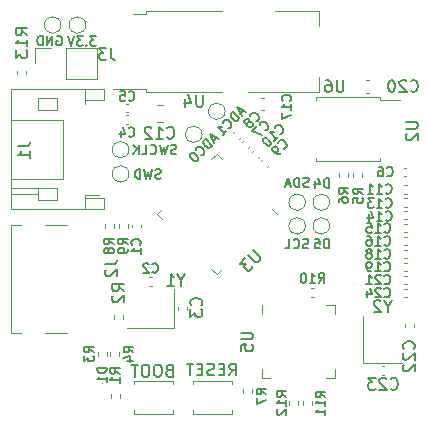
<source format=gbr>
%TF.GenerationSoftware,KiCad,Pcbnew,7.0.7*%
%TF.CreationDate,2024-03-04T03:02:07-08:00*%
%TF.ProjectId,can_magnetic_angle_sensor,63616e5f-6d61-4676-9e65-7469635f616e,rev?*%
%TF.SameCoordinates,Original*%
%TF.FileFunction,Legend,Bot*%
%TF.FilePolarity,Positive*%
%FSLAX46Y46*%
G04 Gerber Fmt 4.6, Leading zero omitted, Abs format (unit mm)*
G04 Created by KiCad (PCBNEW 7.0.7) date 2024-03-04 03:02:07*
%MOMM*%
%LPD*%
G01*
G04 APERTURE LIST*
%ADD10C,0.150000*%
%ADD11C,0.120000*%
%ADD12C,0.100000*%
G04 APERTURE END LIST*
D10*
X43736104Y-27885714D02*
X43774200Y-27847618D01*
X43774200Y-27847618D02*
X43812295Y-27733333D01*
X43812295Y-27733333D02*
X43812295Y-27657142D01*
X43812295Y-27657142D02*
X43774200Y-27542856D01*
X43774200Y-27542856D02*
X43698009Y-27466666D01*
X43698009Y-27466666D02*
X43621819Y-27428571D01*
X43621819Y-27428571D02*
X43469438Y-27390475D01*
X43469438Y-27390475D02*
X43355152Y-27390475D01*
X43355152Y-27390475D02*
X43202771Y-27428571D01*
X43202771Y-27428571D02*
X43126580Y-27466666D01*
X43126580Y-27466666D02*
X43050390Y-27542856D01*
X43050390Y-27542856D02*
X43012295Y-27657142D01*
X43012295Y-27657142D02*
X43012295Y-27733333D01*
X43012295Y-27733333D02*
X43050390Y-27847618D01*
X43050390Y-27847618D02*
X43088485Y-27885714D01*
X43812295Y-28647618D02*
X43812295Y-28190475D01*
X43812295Y-28419047D02*
X43012295Y-28419047D01*
X43012295Y-28419047D02*
X43126580Y-28342856D01*
X43126580Y-28342856D02*
X43202771Y-28266666D01*
X43202771Y-28266666D02*
X43240866Y-28190475D01*
X43012295Y-28914285D02*
X43012295Y-29447619D01*
X43012295Y-29447619D02*
X43812295Y-29104761D01*
X53917857Y-27059580D02*
X53965476Y-27107200D01*
X53965476Y-27107200D02*
X54108333Y-27154819D01*
X54108333Y-27154819D02*
X54203571Y-27154819D01*
X54203571Y-27154819D02*
X54346428Y-27107200D01*
X54346428Y-27107200D02*
X54441666Y-27011961D01*
X54441666Y-27011961D02*
X54489285Y-26916723D01*
X54489285Y-26916723D02*
X54536904Y-26726247D01*
X54536904Y-26726247D02*
X54536904Y-26583390D01*
X54536904Y-26583390D02*
X54489285Y-26392914D01*
X54489285Y-26392914D02*
X54441666Y-26297676D01*
X54441666Y-26297676D02*
X54346428Y-26202438D01*
X54346428Y-26202438D02*
X54203571Y-26154819D01*
X54203571Y-26154819D02*
X54108333Y-26154819D01*
X54108333Y-26154819D02*
X53965476Y-26202438D01*
X53965476Y-26202438D02*
X53917857Y-26250057D01*
X53536904Y-26250057D02*
X53489285Y-26202438D01*
X53489285Y-26202438D02*
X53394047Y-26154819D01*
X53394047Y-26154819D02*
X53155952Y-26154819D01*
X53155952Y-26154819D02*
X53060714Y-26202438D01*
X53060714Y-26202438D02*
X53013095Y-26250057D01*
X53013095Y-26250057D02*
X52965476Y-26345295D01*
X52965476Y-26345295D02*
X52965476Y-26440533D01*
X52965476Y-26440533D02*
X53013095Y-26583390D01*
X53013095Y-26583390D02*
X53584523Y-27154819D01*
X53584523Y-27154819D02*
X52965476Y-27154819D01*
X52346428Y-26154819D02*
X52251190Y-26154819D01*
X52251190Y-26154819D02*
X52155952Y-26202438D01*
X52155952Y-26202438D02*
X52108333Y-26250057D01*
X52108333Y-26250057D02*
X52060714Y-26345295D01*
X52060714Y-26345295D02*
X52013095Y-26535771D01*
X52013095Y-26535771D02*
X52013095Y-26773866D01*
X52013095Y-26773866D02*
X52060714Y-26964342D01*
X52060714Y-26964342D02*
X52108333Y-27059580D01*
X52108333Y-27059580D02*
X52155952Y-27107200D01*
X52155952Y-27107200D02*
X52251190Y-27154819D01*
X52251190Y-27154819D02*
X52346428Y-27154819D01*
X52346428Y-27154819D02*
X52441666Y-27107200D01*
X52441666Y-27107200D02*
X52489285Y-27059580D01*
X52489285Y-27059580D02*
X52536904Y-26964342D01*
X52536904Y-26964342D02*
X52584523Y-26773866D01*
X52584523Y-26773866D02*
X52584523Y-26535771D01*
X52584523Y-26535771D02*
X52536904Y-26345295D01*
X52536904Y-26345295D02*
X52489285Y-26250057D01*
X52489285Y-26250057D02*
X52441666Y-26202438D01*
X52441666Y-26202438D02*
X52346428Y-26154819D01*
X39534819Y-47538095D02*
X40344342Y-47538095D01*
X40344342Y-47538095D02*
X40439580Y-47585714D01*
X40439580Y-47585714D02*
X40487200Y-47633333D01*
X40487200Y-47633333D02*
X40534819Y-47728571D01*
X40534819Y-47728571D02*
X40534819Y-47919047D01*
X40534819Y-47919047D02*
X40487200Y-48014285D01*
X40487200Y-48014285D02*
X40439580Y-48061904D01*
X40439580Y-48061904D02*
X40344342Y-48109523D01*
X40344342Y-48109523D02*
X39534819Y-48109523D01*
X39534819Y-49061904D02*
X39534819Y-48585714D01*
X39534819Y-48585714D02*
X40011009Y-48538095D01*
X40011009Y-48538095D02*
X39963390Y-48585714D01*
X39963390Y-48585714D02*
X39915771Y-48680952D01*
X39915771Y-48680952D02*
X39915771Y-48919047D01*
X39915771Y-48919047D02*
X39963390Y-49014285D01*
X39963390Y-49014285D02*
X40011009Y-49061904D01*
X40011009Y-49061904D02*
X40106247Y-49109523D01*
X40106247Y-49109523D02*
X40344342Y-49109523D01*
X40344342Y-49109523D02*
X40439580Y-49061904D01*
X40439580Y-49061904D02*
X40487200Y-49014285D01*
X40487200Y-49014285D02*
X40534819Y-48919047D01*
X40534819Y-48919047D02*
X40534819Y-48680952D01*
X40534819Y-48680952D02*
X40487200Y-48585714D01*
X40487200Y-48585714D02*
X40439580Y-48538095D01*
X51794285Y-35686104D02*
X51832381Y-35724200D01*
X51832381Y-35724200D02*
X51946666Y-35762295D01*
X51946666Y-35762295D02*
X52022857Y-35762295D01*
X52022857Y-35762295D02*
X52137143Y-35724200D01*
X52137143Y-35724200D02*
X52213333Y-35648009D01*
X52213333Y-35648009D02*
X52251428Y-35571819D01*
X52251428Y-35571819D02*
X52289524Y-35419438D01*
X52289524Y-35419438D02*
X52289524Y-35305152D01*
X52289524Y-35305152D02*
X52251428Y-35152771D01*
X52251428Y-35152771D02*
X52213333Y-35076580D01*
X52213333Y-35076580D02*
X52137143Y-35000390D01*
X52137143Y-35000390D02*
X52022857Y-34962295D01*
X52022857Y-34962295D02*
X51946666Y-34962295D01*
X51946666Y-34962295D02*
X51832381Y-35000390D01*
X51832381Y-35000390D02*
X51794285Y-35038485D01*
X51032381Y-35762295D02*
X51489524Y-35762295D01*
X51260952Y-35762295D02*
X51260952Y-34962295D01*
X51260952Y-34962295D02*
X51337143Y-35076580D01*
X51337143Y-35076580D02*
X51413333Y-35152771D01*
X51413333Y-35152771D02*
X51489524Y-35190866D01*
X50270476Y-35762295D02*
X50727619Y-35762295D01*
X50499047Y-35762295D02*
X50499047Y-34962295D01*
X50499047Y-34962295D02*
X50575238Y-35076580D01*
X50575238Y-35076580D02*
X50651428Y-35152771D01*
X50651428Y-35152771D02*
X50727619Y-35190866D01*
X46662295Y-52985714D02*
X46281342Y-52719047D01*
X46662295Y-52528571D02*
X45862295Y-52528571D01*
X45862295Y-52528571D02*
X45862295Y-52833333D01*
X45862295Y-52833333D02*
X45900390Y-52909523D01*
X45900390Y-52909523D02*
X45938485Y-52947618D01*
X45938485Y-52947618D02*
X46014676Y-52985714D01*
X46014676Y-52985714D02*
X46128961Y-52985714D01*
X46128961Y-52985714D02*
X46205152Y-52947618D01*
X46205152Y-52947618D02*
X46243247Y-52909523D01*
X46243247Y-52909523D02*
X46281342Y-52833333D01*
X46281342Y-52833333D02*
X46281342Y-52528571D01*
X46662295Y-53747618D02*
X46662295Y-53290475D01*
X46662295Y-53519047D02*
X45862295Y-53519047D01*
X45862295Y-53519047D02*
X45976580Y-53442856D01*
X45976580Y-53442856D02*
X46052771Y-53366666D01*
X46052771Y-53366666D02*
X46090866Y-53290475D01*
X46662295Y-54509523D02*
X46662295Y-54052380D01*
X46662295Y-54280952D02*
X45862295Y-54280952D01*
X45862295Y-54280952D02*
X45976580Y-54204761D01*
X45976580Y-54204761D02*
X46052771Y-54128571D01*
X46052771Y-54128571D02*
X46090866Y-54052380D01*
X51976190Y-45328628D02*
X51976190Y-45804819D01*
X52309523Y-44804819D02*
X51976190Y-45328628D01*
X51976190Y-45328628D02*
X51642857Y-44804819D01*
X51357142Y-44900057D02*
X51309523Y-44852438D01*
X51309523Y-44852438D02*
X51214285Y-44804819D01*
X51214285Y-44804819D02*
X50976190Y-44804819D01*
X50976190Y-44804819D02*
X50880952Y-44852438D01*
X50880952Y-44852438D02*
X50833333Y-44900057D01*
X50833333Y-44900057D02*
X50785714Y-44995295D01*
X50785714Y-44995295D02*
X50785714Y-45090533D01*
X50785714Y-45090533D02*
X50833333Y-45233390D01*
X50833333Y-45233390D02*
X51404761Y-45804819D01*
X51404761Y-45804819D02*
X50785714Y-45804819D01*
X52222857Y-52269580D02*
X52270476Y-52317200D01*
X52270476Y-52317200D02*
X52413333Y-52364819D01*
X52413333Y-52364819D02*
X52508571Y-52364819D01*
X52508571Y-52364819D02*
X52651428Y-52317200D01*
X52651428Y-52317200D02*
X52746666Y-52221961D01*
X52746666Y-52221961D02*
X52794285Y-52126723D01*
X52794285Y-52126723D02*
X52841904Y-51936247D01*
X52841904Y-51936247D02*
X52841904Y-51793390D01*
X52841904Y-51793390D02*
X52794285Y-51602914D01*
X52794285Y-51602914D02*
X52746666Y-51507676D01*
X52746666Y-51507676D02*
X52651428Y-51412438D01*
X52651428Y-51412438D02*
X52508571Y-51364819D01*
X52508571Y-51364819D02*
X52413333Y-51364819D01*
X52413333Y-51364819D02*
X52270476Y-51412438D01*
X52270476Y-51412438D02*
X52222857Y-51460057D01*
X51841904Y-51460057D02*
X51794285Y-51412438D01*
X51794285Y-51412438D02*
X51699047Y-51364819D01*
X51699047Y-51364819D02*
X51460952Y-51364819D01*
X51460952Y-51364819D02*
X51365714Y-51412438D01*
X51365714Y-51412438D02*
X51318095Y-51460057D01*
X51318095Y-51460057D02*
X51270476Y-51555295D01*
X51270476Y-51555295D02*
X51270476Y-51650533D01*
X51270476Y-51650533D02*
X51318095Y-51793390D01*
X51318095Y-51793390D02*
X51889523Y-52364819D01*
X51889523Y-52364819D02*
X51270476Y-52364819D01*
X50937142Y-51364819D02*
X50318095Y-51364819D01*
X50318095Y-51364819D02*
X50651428Y-51745771D01*
X50651428Y-51745771D02*
X50508571Y-51745771D01*
X50508571Y-51745771D02*
X50413333Y-51793390D01*
X50413333Y-51793390D02*
X50365714Y-51841009D01*
X50365714Y-51841009D02*
X50318095Y-51936247D01*
X50318095Y-51936247D02*
X50318095Y-52174342D01*
X50318095Y-52174342D02*
X50365714Y-52269580D01*
X50365714Y-52269580D02*
X50413333Y-52317200D01*
X50413333Y-52317200D02*
X50508571Y-52364819D01*
X50508571Y-52364819D02*
X50794285Y-52364819D01*
X50794285Y-52364819D02*
X50889523Y-52317200D01*
X50889523Y-52317200D02*
X50937142Y-52269580D01*
X30033332Y-30886104D02*
X30071428Y-30924200D01*
X30071428Y-30924200D02*
X30185713Y-30962295D01*
X30185713Y-30962295D02*
X30261904Y-30962295D01*
X30261904Y-30962295D02*
X30376190Y-30924200D01*
X30376190Y-30924200D02*
X30452380Y-30848009D01*
X30452380Y-30848009D02*
X30490475Y-30771819D01*
X30490475Y-30771819D02*
X30528571Y-30619438D01*
X30528571Y-30619438D02*
X30528571Y-30505152D01*
X30528571Y-30505152D02*
X30490475Y-30352771D01*
X30490475Y-30352771D02*
X30452380Y-30276580D01*
X30452380Y-30276580D02*
X30376190Y-30200390D01*
X30376190Y-30200390D02*
X30261904Y-30162295D01*
X30261904Y-30162295D02*
X30185713Y-30162295D01*
X30185713Y-30162295D02*
X30071428Y-30200390D01*
X30071428Y-30200390D02*
X30033332Y-30238485D01*
X29347618Y-30428961D02*
X29347618Y-30962295D01*
X29538094Y-30124200D02*
X29728571Y-30695628D01*
X29728571Y-30695628D02*
X29233332Y-30695628D01*
X30033332Y-27836104D02*
X30071428Y-27874200D01*
X30071428Y-27874200D02*
X30185713Y-27912295D01*
X30185713Y-27912295D02*
X30261904Y-27912295D01*
X30261904Y-27912295D02*
X30376190Y-27874200D01*
X30376190Y-27874200D02*
X30452380Y-27798009D01*
X30452380Y-27798009D02*
X30490475Y-27721819D01*
X30490475Y-27721819D02*
X30528571Y-27569438D01*
X30528571Y-27569438D02*
X30528571Y-27455152D01*
X30528571Y-27455152D02*
X30490475Y-27302771D01*
X30490475Y-27302771D02*
X30452380Y-27226580D01*
X30452380Y-27226580D02*
X30376190Y-27150390D01*
X30376190Y-27150390D02*
X30261904Y-27112295D01*
X30261904Y-27112295D02*
X30185713Y-27112295D01*
X30185713Y-27112295D02*
X30071428Y-27150390D01*
X30071428Y-27150390D02*
X30033332Y-27188485D01*
X29309523Y-27112295D02*
X29690475Y-27112295D01*
X29690475Y-27112295D02*
X29728571Y-27493247D01*
X29728571Y-27493247D02*
X29690475Y-27455152D01*
X29690475Y-27455152D02*
X29614285Y-27417057D01*
X29614285Y-27417057D02*
X29423809Y-27417057D01*
X29423809Y-27417057D02*
X29347618Y-27455152D01*
X29347618Y-27455152D02*
X29309523Y-27493247D01*
X29309523Y-27493247D02*
X29271428Y-27569438D01*
X29271428Y-27569438D02*
X29271428Y-27759914D01*
X29271428Y-27759914D02*
X29309523Y-27836104D01*
X29309523Y-27836104D02*
X29347618Y-27874200D01*
X29347618Y-27874200D02*
X29423809Y-27912295D01*
X29423809Y-27912295D02*
X29614285Y-27912295D01*
X29614285Y-27912295D02*
X29690475Y-27874200D01*
X29690475Y-27874200D02*
X29728571Y-27836104D01*
X33292857Y-31009580D02*
X33340476Y-31057200D01*
X33340476Y-31057200D02*
X33483333Y-31104819D01*
X33483333Y-31104819D02*
X33578571Y-31104819D01*
X33578571Y-31104819D02*
X33721428Y-31057200D01*
X33721428Y-31057200D02*
X33816666Y-30961961D01*
X33816666Y-30961961D02*
X33864285Y-30866723D01*
X33864285Y-30866723D02*
X33911904Y-30676247D01*
X33911904Y-30676247D02*
X33911904Y-30533390D01*
X33911904Y-30533390D02*
X33864285Y-30342914D01*
X33864285Y-30342914D02*
X33816666Y-30247676D01*
X33816666Y-30247676D02*
X33721428Y-30152438D01*
X33721428Y-30152438D02*
X33578571Y-30104819D01*
X33578571Y-30104819D02*
X33483333Y-30104819D01*
X33483333Y-30104819D02*
X33340476Y-30152438D01*
X33340476Y-30152438D02*
X33292857Y-30200057D01*
X32340476Y-31104819D02*
X32911904Y-31104819D01*
X32626190Y-31104819D02*
X32626190Y-30104819D01*
X32626190Y-30104819D02*
X32721428Y-30247676D01*
X32721428Y-30247676D02*
X32816666Y-30342914D01*
X32816666Y-30342914D02*
X32911904Y-30390533D01*
X31959523Y-30200057D02*
X31911904Y-30152438D01*
X31911904Y-30152438D02*
X31816666Y-30104819D01*
X31816666Y-30104819D02*
X31578571Y-30104819D01*
X31578571Y-30104819D02*
X31483333Y-30152438D01*
X31483333Y-30152438D02*
X31435714Y-30200057D01*
X31435714Y-30200057D02*
X31388095Y-30295295D01*
X31388095Y-30295295D02*
X31388095Y-30390533D01*
X31388095Y-30390533D02*
X31435714Y-30533390D01*
X31435714Y-30533390D02*
X32007142Y-31104819D01*
X32007142Y-31104819D02*
X31388095Y-31104819D01*
X23959523Y-22450390D02*
X24035713Y-22412295D01*
X24035713Y-22412295D02*
X24149999Y-22412295D01*
X24149999Y-22412295D02*
X24264285Y-22450390D01*
X24264285Y-22450390D02*
X24340475Y-22526580D01*
X24340475Y-22526580D02*
X24378570Y-22602771D01*
X24378570Y-22602771D02*
X24416666Y-22755152D01*
X24416666Y-22755152D02*
X24416666Y-22869438D01*
X24416666Y-22869438D02*
X24378570Y-23021819D01*
X24378570Y-23021819D02*
X24340475Y-23098009D01*
X24340475Y-23098009D02*
X24264285Y-23174200D01*
X24264285Y-23174200D02*
X24149999Y-23212295D01*
X24149999Y-23212295D02*
X24073808Y-23212295D01*
X24073808Y-23212295D02*
X23959523Y-23174200D01*
X23959523Y-23174200D02*
X23921427Y-23136104D01*
X23921427Y-23136104D02*
X23921427Y-22869438D01*
X23921427Y-22869438D02*
X24073808Y-22869438D01*
X23578570Y-23212295D02*
X23578570Y-22412295D01*
X23578570Y-22412295D02*
X23121427Y-23212295D01*
X23121427Y-23212295D02*
X23121427Y-22412295D01*
X22740475Y-23212295D02*
X22740475Y-22412295D01*
X22740475Y-22412295D02*
X22549999Y-22412295D01*
X22549999Y-22412295D02*
X22435713Y-22450390D01*
X22435713Y-22450390D02*
X22359523Y-22526580D01*
X22359523Y-22526580D02*
X22321428Y-22602771D01*
X22321428Y-22602771D02*
X22283332Y-22755152D01*
X22283332Y-22755152D02*
X22283332Y-22869438D01*
X22283332Y-22869438D02*
X22321428Y-23021819D01*
X22321428Y-23021819D02*
X22359523Y-23098009D01*
X22359523Y-23098009D02*
X22435713Y-23174200D01*
X22435713Y-23174200D02*
X22549999Y-23212295D01*
X22549999Y-23212295D02*
X22740475Y-23212295D01*
X51794285Y-37986104D02*
X51832381Y-38024200D01*
X51832381Y-38024200D02*
X51946666Y-38062295D01*
X51946666Y-38062295D02*
X52022857Y-38062295D01*
X52022857Y-38062295D02*
X52137143Y-38024200D01*
X52137143Y-38024200D02*
X52213333Y-37948009D01*
X52213333Y-37948009D02*
X52251428Y-37871819D01*
X52251428Y-37871819D02*
X52289524Y-37719438D01*
X52289524Y-37719438D02*
X52289524Y-37605152D01*
X52289524Y-37605152D02*
X52251428Y-37452771D01*
X52251428Y-37452771D02*
X52213333Y-37376580D01*
X52213333Y-37376580D02*
X52137143Y-37300390D01*
X52137143Y-37300390D02*
X52022857Y-37262295D01*
X52022857Y-37262295D02*
X51946666Y-37262295D01*
X51946666Y-37262295D02*
X51832381Y-37300390D01*
X51832381Y-37300390D02*
X51794285Y-37338485D01*
X51032381Y-38062295D02*
X51489524Y-38062295D01*
X51260952Y-38062295D02*
X51260952Y-37262295D01*
X51260952Y-37262295D02*
X51337143Y-37376580D01*
X51337143Y-37376580D02*
X51413333Y-37452771D01*
X51413333Y-37452771D02*
X51489524Y-37490866D01*
X50346666Y-37528961D02*
X50346666Y-38062295D01*
X50537142Y-37224200D02*
X50727619Y-37795628D01*
X50727619Y-37795628D02*
X50232380Y-37795628D01*
X41662295Y-52766667D02*
X41281342Y-52500000D01*
X41662295Y-52309524D02*
X40862295Y-52309524D01*
X40862295Y-52309524D02*
X40862295Y-52614286D01*
X40862295Y-52614286D02*
X40900390Y-52690476D01*
X40900390Y-52690476D02*
X40938485Y-52728571D01*
X40938485Y-52728571D02*
X41014676Y-52766667D01*
X41014676Y-52766667D02*
X41128961Y-52766667D01*
X41128961Y-52766667D02*
X41205152Y-52728571D01*
X41205152Y-52728571D02*
X41243247Y-52690476D01*
X41243247Y-52690476D02*
X41281342Y-52614286D01*
X41281342Y-52614286D02*
X41281342Y-52309524D01*
X40862295Y-53033333D02*
X40862295Y-53566667D01*
X40862295Y-53566667D02*
X41662295Y-53223809D01*
X54159580Y-48907142D02*
X54207200Y-48859523D01*
X54207200Y-48859523D02*
X54254819Y-48716666D01*
X54254819Y-48716666D02*
X54254819Y-48621428D01*
X54254819Y-48621428D02*
X54207200Y-48478571D01*
X54207200Y-48478571D02*
X54111961Y-48383333D01*
X54111961Y-48383333D02*
X54016723Y-48335714D01*
X54016723Y-48335714D02*
X53826247Y-48288095D01*
X53826247Y-48288095D02*
X53683390Y-48288095D01*
X53683390Y-48288095D02*
X53492914Y-48335714D01*
X53492914Y-48335714D02*
X53397676Y-48383333D01*
X53397676Y-48383333D02*
X53302438Y-48478571D01*
X53302438Y-48478571D02*
X53254819Y-48621428D01*
X53254819Y-48621428D02*
X53254819Y-48716666D01*
X53254819Y-48716666D02*
X53302438Y-48859523D01*
X53302438Y-48859523D02*
X53350057Y-48907142D01*
X53350057Y-49288095D02*
X53302438Y-49335714D01*
X53302438Y-49335714D02*
X53254819Y-49430952D01*
X53254819Y-49430952D02*
X53254819Y-49669047D01*
X53254819Y-49669047D02*
X53302438Y-49764285D01*
X53302438Y-49764285D02*
X53350057Y-49811904D01*
X53350057Y-49811904D02*
X53445295Y-49859523D01*
X53445295Y-49859523D02*
X53540533Y-49859523D01*
X53540533Y-49859523D02*
X53683390Y-49811904D01*
X53683390Y-49811904D02*
X54254819Y-49240476D01*
X54254819Y-49240476D02*
X54254819Y-49859523D01*
X53350057Y-50240476D02*
X53302438Y-50288095D01*
X53302438Y-50288095D02*
X53254819Y-50383333D01*
X53254819Y-50383333D02*
X53254819Y-50621428D01*
X53254819Y-50621428D02*
X53302438Y-50716666D01*
X53302438Y-50716666D02*
X53350057Y-50764285D01*
X53350057Y-50764285D02*
X53445295Y-50811904D01*
X53445295Y-50811904D02*
X53540533Y-50811904D01*
X53540533Y-50811904D02*
X53683390Y-50764285D01*
X53683390Y-50764285D02*
X54254819Y-50192857D01*
X54254819Y-50192857D02*
X54254819Y-50811904D01*
X33457142Y-50731009D02*
X33314285Y-50778628D01*
X33314285Y-50778628D02*
X33266666Y-50826247D01*
X33266666Y-50826247D02*
X33219047Y-50921485D01*
X33219047Y-50921485D02*
X33219047Y-51064342D01*
X33219047Y-51064342D02*
X33266666Y-51159580D01*
X33266666Y-51159580D02*
X33314285Y-51207200D01*
X33314285Y-51207200D02*
X33409523Y-51254819D01*
X33409523Y-51254819D02*
X33790475Y-51254819D01*
X33790475Y-51254819D02*
X33790475Y-50254819D01*
X33790475Y-50254819D02*
X33457142Y-50254819D01*
X33457142Y-50254819D02*
X33361904Y-50302438D01*
X33361904Y-50302438D02*
X33314285Y-50350057D01*
X33314285Y-50350057D02*
X33266666Y-50445295D01*
X33266666Y-50445295D02*
X33266666Y-50540533D01*
X33266666Y-50540533D02*
X33314285Y-50635771D01*
X33314285Y-50635771D02*
X33361904Y-50683390D01*
X33361904Y-50683390D02*
X33457142Y-50731009D01*
X33457142Y-50731009D02*
X33790475Y-50731009D01*
X32599999Y-50254819D02*
X32409523Y-50254819D01*
X32409523Y-50254819D02*
X32314285Y-50302438D01*
X32314285Y-50302438D02*
X32219047Y-50397676D01*
X32219047Y-50397676D02*
X32171428Y-50588152D01*
X32171428Y-50588152D02*
X32171428Y-50921485D01*
X32171428Y-50921485D02*
X32219047Y-51111961D01*
X32219047Y-51111961D02*
X32314285Y-51207200D01*
X32314285Y-51207200D02*
X32409523Y-51254819D01*
X32409523Y-51254819D02*
X32599999Y-51254819D01*
X32599999Y-51254819D02*
X32695237Y-51207200D01*
X32695237Y-51207200D02*
X32790475Y-51111961D01*
X32790475Y-51111961D02*
X32838094Y-50921485D01*
X32838094Y-50921485D02*
X32838094Y-50588152D01*
X32838094Y-50588152D02*
X32790475Y-50397676D01*
X32790475Y-50397676D02*
X32695237Y-50302438D01*
X32695237Y-50302438D02*
X32599999Y-50254819D01*
X31552380Y-50254819D02*
X31361904Y-50254819D01*
X31361904Y-50254819D02*
X31266666Y-50302438D01*
X31266666Y-50302438D02*
X31171428Y-50397676D01*
X31171428Y-50397676D02*
X31123809Y-50588152D01*
X31123809Y-50588152D02*
X31123809Y-50921485D01*
X31123809Y-50921485D02*
X31171428Y-51111961D01*
X31171428Y-51111961D02*
X31266666Y-51207200D01*
X31266666Y-51207200D02*
X31361904Y-51254819D01*
X31361904Y-51254819D02*
X31552380Y-51254819D01*
X31552380Y-51254819D02*
X31647618Y-51207200D01*
X31647618Y-51207200D02*
X31742856Y-51111961D01*
X31742856Y-51111961D02*
X31790475Y-50921485D01*
X31790475Y-50921485D02*
X31790475Y-50588152D01*
X31790475Y-50588152D02*
X31742856Y-50397676D01*
X31742856Y-50397676D02*
X31647618Y-50302438D01*
X31647618Y-50302438D02*
X31552380Y-50254819D01*
X30838094Y-50254819D02*
X30266666Y-50254819D01*
X30552380Y-51254819D02*
X30552380Y-50254819D01*
X51694285Y-40086104D02*
X51732381Y-40124200D01*
X51732381Y-40124200D02*
X51846666Y-40162295D01*
X51846666Y-40162295D02*
X51922857Y-40162295D01*
X51922857Y-40162295D02*
X52037143Y-40124200D01*
X52037143Y-40124200D02*
X52113333Y-40048009D01*
X52113333Y-40048009D02*
X52151428Y-39971819D01*
X52151428Y-39971819D02*
X52189524Y-39819438D01*
X52189524Y-39819438D02*
X52189524Y-39705152D01*
X52189524Y-39705152D02*
X52151428Y-39552771D01*
X52151428Y-39552771D02*
X52113333Y-39476580D01*
X52113333Y-39476580D02*
X52037143Y-39400390D01*
X52037143Y-39400390D02*
X51922857Y-39362295D01*
X51922857Y-39362295D02*
X51846666Y-39362295D01*
X51846666Y-39362295D02*
X51732381Y-39400390D01*
X51732381Y-39400390D02*
X51694285Y-39438485D01*
X50932381Y-40162295D02*
X51389524Y-40162295D01*
X51160952Y-40162295D02*
X51160952Y-39362295D01*
X51160952Y-39362295D02*
X51237143Y-39476580D01*
X51237143Y-39476580D02*
X51313333Y-39552771D01*
X51313333Y-39552771D02*
X51389524Y-39590866D01*
X50246666Y-39362295D02*
X50399047Y-39362295D01*
X50399047Y-39362295D02*
X50475238Y-39400390D01*
X50475238Y-39400390D02*
X50513333Y-39438485D01*
X50513333Y-39438485D02*
X50589523Y-39552771D01*
X50589523Y-39552771D02*
X50627619Y-39705152D01*
X50627619Y-39705152D02*
X50627619Y-40009914D01*
X50627619Y-40009914D02*
X50589523Y-40086104D01*
X50589523Y-40086104D02*
X50551428Y-40124200D01*
X50551428Y-40124200D02*
X50475238Y-40162295D01*
X50475238Y-40162295D02*
X50322857Y-40162295D01*
X50322857Y-40162295D02*
X50246666Y-40124200D01*
X50246666Y-40124200D02*
X50208571Y-40086104D01*
X50208571Y-40086104D02*
X50170476Y-40009914D01*
X50170476Y-40009914D02*
X50170476Y-39819438D01*
X50170476Y-39819438D02*
X50208571Y-39743247D01*
X50208571Y-39743247D02*
X50246666Y-39705152D01*
X50246666Y-39705152D02*
X50322857Y-39667057D01*
X50322857Y-39667057D02*
X50475238Y-39667057D01*
X50475238Y-39667057D02*
X50551428Y-39705152D01*
X50551428Y-39705152D02*
X50589523Y-39743247D01*
X50589523Y-39743247D02*
X50627619Y-39819438D01*
X38552381Y-51154819D02*
X38885714Y-50678628D01*
X39123809Y-51154819D02*
X39123809Y-50154819D01*
X39123809Y-50154819D02*
X38742857Y-50154819D01*
X38742857Y-50154819D02*
X38647619Y-50202438D01*
X38647619Y-50202438D02*
X38600000Y-50250057D01*
X38600000Y-50250057D02*
X38552381Y-50345295D01*
X38552381Y-50345295D02*
X38552381Y-50488152D01*
X38552381Y-50488152D02*
X38600000Y-50583390D01*
X38600000Y-50583390D02*
X38647619Y-50631009D01*
X38647619Y-50631009D02*
X38742857Y-50678628D01*
X38742857Y-50678628D02*
X39123809Y-50678628D01*
X38123809Y-50631009D02*
X37790476Y-50631009D01*
X37647619Y-51154819D02*
X38123809Y-51154819D01*
X38123809Y-51154819D02*
X38123809Y-50154819D01*
X38123809Y-50154819D02*
X37647619Y-50154819D01*
X37266666Y-51107200D02*
X37123809Y-51154819D01*
X37123809Y-51154819D02*
X36885714Y-51154819D01*
X36885714Y-51154819D02*
X36790476Y-51107200D01*
X36790476Y-51107200D02*
X36742857Y-51059580D01*
X36742857Y-51059580D02*
X36695238Y-50964342D01*
X36695238Y-50964342D02*
X36695238Y-50869104D01*
X36695238Y-50869104D02*
X36742857Y-50773866D01*
X36742857Y-50773866D02*
X36790476Y-50726247D01*
X36790476Y-50726247D02*
X36885714Y-50678628D01*
X36885714Y-50678628D02*
X37076190Y-50631009D01*
X37076190Y-50631009D02*
X37171428Y-50583390D01*
X37171428Y-50583390D02*
X37219047Y-50535771D01*
X37219047Y-50535771D02*
X37266666Y-50440533D01*
X37266666Y-50440533D02*
X37266666Y-50345295D01*
X37266666Y-50345295D02*
X37219047Y-50250057D01*
X37219047Y-50250057D02*
X37171428Y-50202438D01*
X37171428Y-50202438D02*
X37076190Y-50154819D01*
X37076190Y-50154819D02*
X36838095Y-50154819D01*
X36838095Y-50154819D02*
X36695238Y-50202438D01*
X36266666Y-50631009D02*
X35933333Y-50631009D01*
X35790476Y-51154819D02*
X36266666Y-51154819D01*
X36266666Y-51154819D02*
X36266666Y-50154819D01*
X36266666Y-50154819D02*
X35790476Y-50154819D01*
X35504761Y-50154819D02*
X34933333Y-50154819D01*
X35219047Y-51154819D02*
X35219047Y-50154819D01*
X45271428Y-35174200D02*
X45157142Y-35212295D01*
X45157142Y-35212295D02*
X44966666Y-35212295D01*
X44966666Y-35212295D02*
X44890475Y-35174200D01*
X44890475Y-35174200D02*
X44852380Y-35136104D01*
X44852380Y-35136104D02*
X44814285Y-35059914D01*
X44814285Y-35059914D02*
X44814285Y-34983723D01*
X44814285Y-34983723D02*
X44852380Y-34907533D01*
X44852380Y-34907533D02*
X44890475Y-34869438D01*
X44890475Y-34869438D02*
X44966666Y-34831342D01*
X44966666Y-34831342D02*
X45119047Y-34793247D01*
X45119047Y-34793247D02*
X45195237Y-34755152D01*
X45195237Y-34755152D02*
X45233332Y-34717057D01*
X45233332Y-34717057D02*
X45271428Y-34640866D01*
X45271428Y-34640866D02*
X45271428Y-34564676D01*
X45271428Y-34564676D02*
X45233332Y-34488485D01*
X45233332Y-34488485D02*
X45195237Y-34450390D01*
X45195237Y-34450390D02*
X45119047Y-34412295D01*
X45119047Y-34412295D02*
X44928570Y-34412295D01*
X44928570Y-34412295D02*
X44814285Y-34450390D01*
X44471427Y-35212295D02*
X44471427Y-34412295D01*
X44471427Y-34412295D02*
X44280951Y-34412295D01*
X44280951Y-34412295D02*
X44166665Y-34450390D01*
X44166665Y-34450390D02*
X44090475Y-34526580D01*
X44090475Y-34526580D02*
X44052380Y-34602771D01*
X44052380Y-34602771D02*
X44014284Y-34755152D01*
X44014284Y-34755152D02*
X44014284Y-34869438D01*
X44014284Y-34869438D02*
X44052380Y-35021819D01*
X44052380Y-35021819D02*
X44090475Y-35098009D01*
X44090475Y-35098009D02*
X44166665Y-35174200D01*
X44166665Y-35174200D02*
X44280951Y-35212295D01*
X44280951Y-35212295D02*
X44471427Y-35212295D01*
X43709523Y-34983723D02*
X43328570Y-34983723D01*
X43785713Y-35212295D02*
X43519046Y-34412295D01*
X43519046Y-34412295D02*
X43252380Y-35212295D01*
X28162295Y-50509524D02*
X27362295Y-50509524D01*
X27362295Y-50509524D02*
X27362295Y-50700000D01*
X27362295Y-50700000D02*
X27400390Y-50814286D01*
X27400390Y-50814286D02*
X27476580Y-50890476D01*
X27476580Y-50890476D02*
X27552771Y-50928571D01*
X27552771Y-50928571D02*
X27705152Y-50966667D01*
X27705152Y-50966667D02*
X27819438Y-50966667D01*
X27819438Y-50966667D02*
X27971819Y-50928571D01*
X27971819Y-50928571D02*
X28048009Y-50890476D01*
X28048009Y-50890476D02*
X28124200Y-50814286D01*
X28124200Y-50814286D02*
X28162295Y-50700000D01*
X28162295Y-50700000D02*
X28162295Y-50509524D01*
X28162295Y-51728571D02*
X28162295Y-51271428D01*
X28162295Y-51500000D02*
X27362295Y-51500000D01*
X27362295Y-51500000D02*
X27476580Y-51423809D01*
X27476580Y-51423809D02*
X27552771Y-51347619D01*
X27552771Y-51347619D02*
X27590866Y-51271428D01*
X51794285Y-36886104D02*
X51832381Y-36924200D01*
X51832381Y-36924200D02*
X51946666Y-36962295D01*
X51946666Y-36962295D02*
X52022857Y-36962295D01*
X52022857Y-36962295D02*
X52137143Y-36924200D01*
X52137143Y-36924200D02*
X52213333Y-36848009D01*
X52213333Y-36848009D02*
X52251428Y-36771819D01*
X52251428Y-36771819D02*
X52289524Y-36619438D01*
X52289524Y-36619438D02*
X52289524Y-36505152D01*
X52289524Y-36505152D02*
X52251428Y-36352771D01*
X52251428Y-36352771D02*
X52213333Y-36276580D01*
X52213333Y-36276580D02*
X52137143Y-36200390D01*
X52137143Y-36200390D02*
X52022857Y-36162295D01*
X52022857Y-36162295D02*
X51946666Y-36162295D01*
X51946666Y-36162295D02*
X51832381Y-36200390D01*
X51832381Y-36200390D02*
X51794285Y-36238485D01*
X51032381Y-36962295D02*
X51489524Y-36962295D01*
X51260952Y-36962295D02*
X51260952Y-36162295D01*
X51260952Y-36162295D02*
X51337143Y-36276580D01*
X51337143Y-36276580D02*
X51413333Y-36352771D01*
X51413333Y-36352771D02*
X51489524Y-36390866D01*
X50765714Y-36162295D02*
X50270476Y-36162295D01*
X50270476Y-36162295D02*
X50537142Y-36467057D01*
X50537142Y-36467057D02*
X50422857Y-36467057D01*
X50422857Y-36467057D02*
X50346666Y-36505152D01*
X50346666Y-36505152D02*
X50308571Y-36543247D01*
X50308571Y-36543247D02*
X50270476Y-36619438D01*
X50270476Y-36619438D02*
X50270476Y-36809914D01*
X50270476Y-36809914D02*
X50308571Y-36886104D01*
X50308571Y-36886104D02*
X50346666Y-36924200D01*
X50346666Y-36924200D02*
X50422857Y-36962295D01*
X50422857Y-36962295D02*
X50651428Y-36962295D01*
X50651428Y-36962295D02*
X50727619Y-36924200D01*
X50727619Y-36924200D02*
X50765714Y-36886104D01*
X29262295Y-51016667D02*
X28881342Y-50750000D01*
X29262295Y-50559524D02*
X28462295Y-50559524D01*
X28462295Y-50559524D02*
X28462295Y-50864286D01*
X28462295Y-50864286D02*
X28500390Y-50940476D01*
X28500390Y-50940476D02*
X28538485Y-50978571D01*
X28538485Y-50978571D02*
X28614676Y-51016667D01*
X28614676Y-51016667D02*
X28728961Y-51016667D01*
X28728961Y-51016667D02*
X28805152Y-50978571D01*
X28805152Y-50978571D02*
X28843247Y-50940476D01*
X28843247Y-50940476D02*
X28881342Y-50864286D01*
X28881342Y-50864286D02*
X28881342Y-50559524D01*
X29262295Y-51778571D02*
X29262295Y-51321428D01*
X29262295Y-51550000D02*
X28462295Y-51550000D01*
X28462295Y-51550000D02*
X28576580Y-51473809D01*
X28576580Y-51473809D02*
X28652771Y-51397619D01*
X28652771Y-51397619D02*
X28690866Y-51321428D01*
X51694285Y-43386104D02*
X51732381Y-43424200D01*
X51732381Y-43424200D02*
X51846666Y-43462295D01*
X51846666Y-43462295D02*
X51922857Y-43462295D01*
X51922857Y-43462295D02*
X52037143Y-43424200D01*
X52037143Y-43424200D02*
X52113333Y-43348009D01*
X52113333Y-43348009D02*
X52151428Y-43271819D01*
X52151428Y-43271819D02*
X52189524Y-43119438D01*
X52189524Y-43119438D02*
X52189524Y-43005152D01*
X52189524Y-43005152D02*
X52151428Y-42852771D01*
X52151428Y-42852771D02*
X52113333Y-42776580D01*
X52113333Y-42776580D02*
X52037143Y-42700390D01*
X52037143Y-42700390D02*
X51922857Y-42662295D01*
X51922857Y-42662295D02*
X51846666Y-42662295D01*
X51846666Y-42662295D02*
X51732381Y-42700390D01*
X51732381Y-42700390D02*
X51694285Y-42738485D01*
X51389524Y-42738485D02*
X51351428Y-42700390D01*
X51351428Y-42700390D02*
X51275238Y-42662295D01*
X51275238Y-42662295D02*
X51084762Y-42662295D01*
X51084762Y-42662295D02*
X51008571Y-42700390D01*
X51008571Y-42700390D02*
X50970476Y-42738485D01*
X50970476Y-42738485D02*
X50932381Y-42814676D01*
X50932381Y-42814676D02*
X50932381Y-42890866D01*
X50932381Y-42890866D02*
X50970476Y-43005152D01*
X50970476Y-43005152D02*
X51427619Y-43462295D01*
X51427619Y-43462295D02*
X50932381Y-43462295D01*
X50170476Y-43462295D02*
X50627619Y-43462295D01*
X50399047Y-43462295D02*
X50399047Y-42662295D01*
X50399047Y-42662295D02*
X50475238Y-42776580D01*
X50475238Y-42776580D02*
X50551428Y-42852771D01*
X50551428Y-42852771D02*
X50627619Y-42890866D01*
X51694285Y-38986104D02*
X51732381Y-39024200D01*
X51732381Y-39024200D02*
X51846666Y-39062295D01*
X51846666Y-39062295D02*
X51922857Y-39062295D01*
X51922857Y-39062295D02*
X52037143Y-39024200D01*
X52037143Y-39024200D02*
X52113333Y-38948009D01*
X52113333Y-38948009D02*
X52151428Y-38871819D01*
X52151428Y-38871819D02*
X52189524Y-38719438D01*
X52189524Y-38719438D02*
X52189524Y-38605152D01*
X52189524Y-38605152D02*
X52151428Y-38452771D01*
X52151428Y-38452771D02*
X52113333Y-38376580D01*
X52113333Y-38376580D02*
X52037143Y-38300390D01*
X52037143Y-38300390D02*
X51922857Y-38262295D01*
X51922857Y-38262295D02*
X51846666Y-38262295D01*
X51846666Y-38262295D02*
X51732381Y-38300390D01*
X51732381Y-38300390D02*
X51694285Y-38338485D01*
X50932381Y-39062295D02*
X51389524Y-39062295D01*
X51160952Y-39062295D02*
X51160952Y-38262295D01*
X51160952Y-38262295D02*
X51237143Y-38376580D01*
X51237143Y-38376580D02*
X51313333Y-38452771D01*
X51313333Y-38452771D02*
X51389524Y-38490866D01*
X50208571Y-38262295D02*
X50589523Y-38262295D01*
X50589523Y-38262295D02*
X50627619Y-38643247D01*
X50627619Y-38643247D02*
X50589523Y-38605152D01*
X50589523Y-38605152D02*
X50513333Y-38567057D01*
X50513333Y-38567057D02*
X50322857Y-38567057D01*
X50322857Y-38567057D02*
X50246666Y-38605152D01*
X50246666Y-38605152D02*
X50208571Y-38643247D01*
X50208571Y-38643247D02*
X50170476Y-38719438D01*
X50170476Y-38719438D02*
X50170476Y-38909914D01*
X50170476Y-38909914D02*
X50208571Y-38986104D01*
X50208571Y-38986104D02*
X50246666Y-39024200D01*
X50246666Y-39024200D02*
X50322857Y-39062295D01*
X50322857Y-39062295D02*
X50513333Y-39062295D01*
X50513333Y-39062295D02*
X50589523Y-39024200D01*
X50589523Y-39024200D02*
X50627619Y-38986104D01*
X46114285Y-43312295D02*
X46380952Y-42931342D01*
X46571428Y-43312295D02*
X46571428Y-42512295D01*
X46571428Y-42512295D02*
X46266666Y-42512295D01*
X46266666Y-42512295D02*
X46190476Y-42550390D01*
X46190476Y-42550390D02*
X46152381Y-42588485D01*
X46152381Y-42588485D02*
X46114285Y-42664676D01*
X46114285Y-42664676D02*
X46114285Y-42778961D01*
X46114285Y-42778961D02*
X46152381Y-42855152D01*
X46152381Y-42855152D02*
X46190476Y-42893247D01*
X46190476Y-42893247D02*
X46266666Y-42931342D01*
X46266666Y-42931342D02*
X46571428Y-42931342D01*
X45352381Y-43312295D02*
X45809524Y-43312295D01*
X45580952Y-43312295D02*
X45580952Y-42512295D01*
X45580952Y-42512295D02*
X45657143Y-42626580D01*
X45657143Y-42626580D02*
X45733333Y-42702771D01*
X45733333Y-42702771D02*
X45809524Y-42740866D01*
X44857142Y-42512295D02*
X44780952Y-42512295D01*
X44780952Y-42512295D02*
X44704761Y-42550390D01*
X44704761Y-42550390D02*
X44666666Y-42588485D01*
X44666666Y-42588485D02*
X44628571Y-42664676D01*
X44628571Y-42664676D02*
X44590476Y-42817057D01*
X44590476Y-42817057D02*
X44590476Y-43007533D01*
X44590476Y-43007533D02*
X44628571Y-43159914D01*
X44628571Y-43159914D02*
X44666666Y-43236104D01*
X44666666Y-43236104D02*
X44704761Y-43274200D01*
X44704761Y-43274200D02*
X44780952Y-43312295D01*
X44780952Y-43312295D02*
X44857142Y-43312295D01*
X44857142Y-43312295D02*
X44933333Y-43274200D01*
X44933333Y-43274200D02*
X44971428Y-43236104D01*
X44971428Y-43236104D02*
X45009523Y-43159914D01*
X45009523Y-43159914D02*
X45047619Y-43007533D01*
X45047619Y-43007533D02*
X45047619Y-42817057D01*
X45047619Y-42817057D02*
X45009523Y-42664676D01*
X45009523Y-42664676D02*
X44971428Y-42588485D01*
X44971428Y-42588485D02*
X44933333Y-42550390D01*
X44933333Y-42550390D02*
X44857142Y-42512295D01*
X27280952Y-22462295D02*
X26785714Y-22462295D01*
X26785714Y-22462295D02*
X27052380Y-22767057D01*
X27052380Y-22767057D02*
X26938095Y-22767057D01*
X26938095Y-22767057D02*
X26861904Y-22805152D01*
X26861904Y-22805152D02*
X26823809Y-22843247D01*
X26823809Y-22843247D02*
X26785714Y-22919438D01*
X26785714Y-22919438D02*
X26785714Y-23109914D01*
X26785714Y-23109914D02*
X26823809Y-23186104D01*
X26823809Y-23186104D02*
X26861904Y-23224200D01*
X26861904Y-23224200D02*
X26938095Y-23262295D01*
X26938095Y-23262295D02*
X27166666Y-23262295D01*
X27166666Y-23262295D02*
X27242857Y-23224200D01*
X27242857Y-23224200D02*
X27280952Y-23186104D01*
X26442856Y-23186104D02*
X26404761Y-23224200D01*
X26404761Y-23224200D02*
X26442856Y-23262295D01*
X26442856Y-23262295D02*
X26480952Y-23224200D01*
X26480952Y-23224200D02*
X26442856Y-23186104D01*
X26442856Y-23186104D02*
X26442856Y-23262295D01*
X26138095Y-22462295D02*
X25642857Y-22462295D01*
X25642857Y-22462295D02*
X25909523Y-22767057D01*
X25909523Y-22767057D02*
X25795238Y-22767057D01*
X25795238Y-22767057D02*
X25719047Y-22805152D01*
X25719047Y-22805152D02*
X25680952Y-22843247D01*
X25680952Y-22843247D02*
X25642857Y-22919438D01*
X25642857Y-22919438D02*
X25642857Y-23109914D01*
X25642857Y-23109914D02*
X25680952Y-23186104D01*
X25680952Y-23186104D02*
X25719047Y-23224200D01*
X25719047Y-23224200D02*
X25795238Y-23262295D01*
X25795238Y-23262295D02*
X26023809Y-23262295D01*
X26023809Y-23262295D02*
X26100000Y-23224200D01*
X26100000Y-23224200D02*
X26138095Y-23186104D01*
X25414285Y-22462295D02*
X25147618Y-23262295D01*
X25147618Y-23262295D02*
X24880952Y-22462295D01*
X27062295Y-49216667D02*
X26681342Y-48950000D01*
X27062295Y-48759524D02*
X26262295Y-48759524D01*
X26262295Y-48759524D02*
X26262295Y-49064286D01*
X26262295Y-49064286D02*
X26300390Y-49140476D01*
X26300390Y-49140476D02*
X26338485Y-49178571D01*
X26338485Y-49178571D02*
X26414676Y-49216667D01*
X26414676Y-49216667D02*
X26528961Y-49216667D01*
X26528961Y-49216667D02*
X26605152Y-49178571D01*
X26605152Y-49178571D02*
X26643247Y-49140476D01*
X26643247Y-49140476D02*
X26681342Y-49064286D01*
X26681342Y-49064286D02*
X26681342Y-48759524D01*
X26262295Y-49483333D02*
X26262295Y-49978571D01*
X26262295Y-49978571D02*
X26567057Y-49711905D01*
X26567057Y-49711905D02*
X26567057Y-49826190D01*
X26567057Y-49826190D02*
X26605152Y-49902381D01*
X26605152Y-49902381D02*
X26643247Y-49940476D01*
X26643247Y-49940476D02*
X26719438Y-49978571D01*
X26719438Y-49978571D02*
X26909914Y-49978571D01*
X26909914Y-49978571D02*
X26986104Y-49940476D01*
X26986104Y-49940476D02*
X27024200Y-49902381D01*
X27024200Y-49902381D02*
X27062295Y-49826190D01*
X27062295Y-49826190D02*
X27062295Y-49597619D01*
X27062295Y-49597619D02*
X27024200Y-49521428D01*
X27024200Y-49521428D02*
X26986104Y-49483333D01*
X45252381Y-40374200D02*
X45138095Y-40412295D01*
X45138095Y-40412295D02*
X44947619Y-40412295D01*
X44947619Y-40412295D02*
X44871428Y-40374200D01*
X44871428Y-40374200D02*
X44833333Y-40336104D01*
X44833333Y-40336104D02*
X44795238Y-40259914D01*
X44795238Y-40259914D02*
X44795238Y-40183723D01*
X44795238Y-40183723D02*
X44833333Y-40107533D01*
X44833333Y-40107533D02*
X44871428Y-40069438D01*
X44871428Y-40069438D02*
X44947619Y-40031342D01*
X44947619Y-40031342D02*
X45100000Y-39993247D01*
X45100000Y-39993247D02*
X45176190Y-39955152D01*
X45176190Y-39955152D02*
X45214285Y-39917057D01*
X45214285Y-39917057D02*
X45252381Y-39840866D01*
X45252381Y-39840866D02*
X45252381Y-39764676D01*
X45252381Y-39764676D02*
X45214285Y-39688485D01*
X45214285Y-39688485D02*
X45176190Y-39650390D01*
X45176190Y-39650390D02*
X45100000Y-39612295D01*
X45100000Y-39612295D02*
X44909523Y-39612295D01*
X44909523Y-39612295D02*
X44795238Y-39650390D01*
X43995237Y-40336104D02*
X44033333Y-40374200D01*
X44033333Y-40374200D02*
X44147618Y-40412295D01*
X44147618Y-40412295D02*
X44223809Y-40412295D01*
X44223809Y-40412295D02*
X44338095Y-40374200D01*
X44338095Y-40374200D02*
X44414285Y-40298009D01*
X44414285Y-40298009D02*
X44452380Y-40221819D01*
X44452380Y-40221819D02*
X44490476Y-40069438D01*
X44490476Y-40069438D02*
X44490476Y-39955152D01*
X44490476Y-39955152D02*
X44452380Y-39802771D01*
X44452380Y-39802771D02*
X44414285Y-39726580D01*
X44414285Y-39726580D02*
X44338095Y-39650390D01*
X44338095Y-39650390D02*
X44223809Y-39612295D01*
X44223809Y-39612295D02*
X44147618Y-39612295D01*
X44147618Y-39612295D02*
X44033333Y-39650390D01*
X44033333Y-39650390D02*
X43995237Y-39688485D01*
X43271428Y-40412295D02*
X43652380Y-40412295D01*
X43652380Y-40412295D02*
X43652380Y-39612295D01*
X51694285Y-42286104D02*
X51732381Y-42324200D01*
X51732381Y-42324200D02*
X51846666Y-42362295D01*
X51846666Y-42362295D02*
X51922857Y-42362295D01*
X51922857Y-42362295D02*
X52037143Y-42324200D01*
X52037143Y-42324200D02*
X52113333Y-42248009D01*
X52113333Y-42248009D02*
X52151428Y-42171819D01*
X52151428Y-42171819D02*
X52189524Y-42019438D01*
X52189524Y-42019438D02*
X52189524Y-41905152D01*
X52189524Y-41905152D02*
X52151428Y-41752771D01*
X52151428Y-41752771D02*
X52113333Y-41676580D01*
X52113333Y-41676580D02*
X52037143Y-41600390D01*
X52037143Y-41600390D02*
X51922857Y-41562295D01*
X51922857Y-41562295D02*
X51846666Y-41562295D01*
X51846666Y-41562295D02*
X51732381Y-41600390D01*
X51732381Y-41600390D02*
X51694285Y-41638485D01*
X50932381Y-42362295D02*
X51389524Y-42362295D01*
X51160952Y-42362295D02*
X51160952Y-41562295D01*
X51160952Y-41562295D02*
X51237143Y-41676580D01*
X51237143Y-41676580D02*
X51313333Y-41752771D01*
X51313333Y-41752771D02*
X51389524Y-41790866D01*
X50551428Y-42362295D02*
X50399047Y-42362295D01*
X50399047Y-42362295D02*
X50322857Y-42324200D01*
X50322857Y-42324200D02*
X50284761Y-42286104D01*
X50284761Y-42286104D02*
X50208571Y-42171819D01*
X50208571Y-42171819D02*
X50170476Y-42019438D01*
X50170476Y-42019438D02*
X50170476Y-41714676D01*
X50170476Y-41714676D02*
X50208571Y-41638485D01*
X50208571Y-41638485D02*
X50246666Y-41600390D01*
X50246666Y-41600390D02*
X50322857Y-41562295D01*
X50322857Y-41562295D02*
X50475238Y-41562295D01*
X50475238Y-41562295D02*
X50551428Y-41600390D01*
X50551428Y-41600390D02*
X50589523Y-41638485D01*
X50589523Y-41638485D02*
X50627619Y-41714676D01*
X50627619Y-41714676D02*
X50627619Y-41905152D01*
X50627619Y-41905152D02*
X50589523Y-41981342D01*
X50589523Y-41981342D02*
X50551428Y-42019438D01*
X50551428Y-42019438D02*
X50475238Y-42057533D01*
X50475238Y-42057533D02*
X50322857Y-42057533D01*
X50322857Y-42057533D02*
X50246666Y-42019438D01*
X50246666Y-42019438D02*
X50208571Y-41981342D01*
X50208571Y-41981342D02*
X50170476Y-41905152D01*
X43362295Y-52975714D02*
X42981342Y-52709047D01*
X43362295Y-52518571D02*
X42562295Y-52518571D01*
X42562295Y-52518571D02*
X42562295Y-52823333D01*
X42562295Y-52823333D02*
X42600390Y-52899523D01*
X42600390Y-52899523D02*
X42638485Y-52937618D01*
X42638485Y-52937618D02*
X42714676Y-52975714D01*
X42714676Y-52975714D02*
X42828961Y-52975714D01*
X42828961Y-52975714D02*
X42905152Y-52937618D01*
X42905152Y-52937618D02*
X42943247Y-52899523D01*
X42943247Y-52899523D02*
X42981342Y-52823333D01*
X42981342Y-52823333D02*
X42981342Y-52518571D01*
X43362295Y-53737618D02*
X43362295Y-53280475D01*
X43362295Y-53509047D02*
X42562295Y-53509047D01*
X42562295Y-53509047D02*
X42676580Y-53432856D01*
X42676580Y-53432856D02*
X42752771Y-53356666D01*
X42752771Y-53356666D02*
X42790866Y-53280475D01*
X42638485Y-54042380D02*
X42600390Y-54080476D01*
X42600390Y-54080476D02*
X42562295Y-54156666D01*
X42562295Y-54156666D02*
X42562295Y-54347142D01*
X42562295Y-54347142D02*
X42600390Y-54423333D01*
X42600390Y-54423333D02*
X42638485Y-54461428D01*
X42638485Y-54461428D02*
X42714676Y-54499523D01*
X42714676Y-54499523D02*
X42790866Y-54499523D01*
X42790866Y-54499523D02*
X42905152Y-54461428D01*
X42905152Y-54461428D02*
X43362295Y-54004285D01*
X43362295Y-54004285D02*
X43362295Y-54499523D01*
X51694285Y-44486104D02*
X51732381Y-44524200D01*
X51732381Y-44524200D02*
X51846666Y-44562295D01*
X51846666Y-44562295D02*
X51922857Y-44562295D01*
X51922857Y-44562295D02*
X52037143Y-44524200D01*
X52037143Y-44524200D02*
X52113333Y-44448009D01*
X52113333Y-44448009D02*
X52151428Y-44371819D01*
X52151428Y-44371819D02*
X52189524Y-44219438D01*
X52189524Y-44219438D02*
X52189524Y-44105152D01*
X52189524Y-44105152D02*
X52151428Y-43952771D01*
X52151428Y-43952771D02*
X52113333Y-43876580D01*
X52113333Y-43876580D02*
X52037143Y-43800390D01*
X52037143Y-43800390D02*
X51922857Y-43762295D01*
X51922857Y-43762295D02*
X51846666Y-43762295D01*
X51846666Y-43762295D02*
X51732381Y-43800390D01*
X51732381Y-43800390D02*
X51694285Y-43838485D01*
X51389524Y-43838485D02*
X51351428Y-43800390D01*
X51351428Y-43800390D02*
X51275238Y-43762295D01*
X51275238Y-43762295D02*
X51084762Y-43762295D01*
X51084762Y-43762295D02*
X51008571Y-43800390D01*
X51008571Y-43800390D02*
X50970476Y-43838485D01*
X50970476Y-43838485D02*
X50932381Y-43914676D01*
X50932381Y-43914676D02*
X50932381Y-43990866D01*
X50932381Y-43990866D02*
X50970476Y-44105152D01*
X50970476Y-44105152D02*
X51427619Y-44562295D01*
X51427619Y-44562295D02*
X50932381Y-44562295D01*
X50246666Y-44028961D02*
X50246666Y-44562295D01*
X50437142Y-43724200D02*
X50627619Y-44295628D01*
X50627619Y-44295628D02*
X50132380Y-44295628D01*
X51694285Y-41186104D02*
X51732381Y-41224200D01*
X51732381Y-41224200D02*
X51846666Y-41262295D01*
X51846666Y-41262295D02*
X51922857Y-41262295D01*
X51922857Y-41262295D02*
X52037143Y-41224200D01*
X52037143Y-41224200D02*
X52113333Y-41148009D01*
X52113333Y-41148009D02*
X52151428Y-41071819D01*
X52151428Y-41071819D02*
X52189524Y-40919438D01*
X52189524Y-40919438D02*
X52189524Y-40805152D01*
X52189524Y-40805152D02*
X52151428Y-40652771D01*
X52151428Y-40652771D02*
X52113333Y-40576580D01*
X52113333Y-40576580D02*
X52037143Y-40500390D01*
X52037143Y-40500390D02*
X51922857Y-40462295D01*
X51922857Y-40462295D02*
X51846666Y-40462295D01*
X51846666Y-40462295D02*
X51732381Y-40500390D01*
X51732381Y-40500390D02*
X51694285Y-40538485D01*
X50932381Y-41262295D02*
X51389524Y-41262295D01*
X51160952Y-41262295D02*
X51160952Y-40462295D01*
X51160952Y-40462295D02*
X51237143Y-40576580D01*
X51237143Y-40576580D02*
X51313333Y-40652771D01*
X51313333Y-40652771D02*
X51389524Y-40690866D01*
X50475238Y-40805152D02*
X50551428Y-40767057D01*
X50551428Y-40767057D02*
X50589523Y-40728961D01*
X50589523Y-40728961D02*
X50627619Y-40652771D01*
X50627619Y-40652771D02*
X50627619Y-40614676D01*
X50627619Y-40614676D02*
X50589523Y-40538485D01*
X50589523Y-40538485D02*
X50551428Y-40500390D01*
X50551428Y-40500390D02*
X50475238Y-40462295D01*
X50475238Y-40462295D02*
X50322857Y-40462295D01*
X50322857Y-40462295D02*
X50246666Y-40500390D01*
X50246666Y-40500390D02*
X50208571Y-40538485D01*
X50208571Y-40538485D02*
X50170476Y-40614676D01*
X50170476Y-40614676D02*
X50170476Y-40652771D01*
X50170476Y-40652771D02*
X50208571Y-40728961D01*
X50208571Y-40728961D02*
X50246666Y-40767057D01*
X50246666Y-40767057D02*
X50322857Y-40805152D01*
X50322857Y-40805152D02*
X50475238Y-40805152D01*
X50475238Y-40805152D02*
X50551428Y-40843247D01*
X50551428Y-40843247D02*
X50589523Y-40881342D01*
X50589523Y-40881342D02*
X50627619Y-40957533D01*
X50627619Y-40957533D02*
X50627619Y-41109914D01*
X50627619Y-41109914D02*
X50589523Y-41186104D01*
X50589523Y-41186104D02*
X50551428Y-41224200D01*
X50551428Y-41224200D02*
X50475238Y-41262295D01*
X50475238Y-41262295D02*
X50322857Y-41262295D01*
X50322857Y-41262295D02*
X50246666Y-41224200D01*
X50246666Y-41224200D02*
X50208571Y-41186104D01*
X50208571Y-41186104D02*
X50170476Y-41109914D01*
X50170476Y-41109914D02*
X50170476Y-40957533D01*
X50170476Y-40957533D02*
X50208571Y-40881342D01*
X50208571Y-40881342D02*
X50246666Y-40843247D01*
X50246666Y-40843247D02*
X50322857Y-40805152D01*
X30412295Y-49216667D02*
X30031342Y-48950000D01*
X30412295Y-48759524D02*
X29612295Y-48759524D01*
X29612295Y-48759524D02*
X29612295Y-49064286D01*
X29612295Y-49064286D02*
X29650390Y-49140476D01*
X29650390Y-49140476D02*
X29688485Y-49178571D01*
X29688485Y-49178571D02*
X29764676Y-49216667D01*
X29764676Y-49216667D02*
X29878961Y-49216667D01*
X29878961Y-49216667D02*
X29955152Y-49178571D01*
X29955152Y-49178571D02*
X29993247Y-49140476D01*
X29993247Y-49140476D02*
X30031342Y-49064286D01*
X30031342Y-49064286D02*
X30031342Y-48759524D01*
X29878961Y-49902381D02*
X30412295Y-49902381D01*
X29574200Y-49711905D02*
X30145628Y-49521428D01*
X30145628Y-49521428D02*
X30145628Y-50016667D01*
X30986104Y-40096667D02*
X31024200Y-40058571D01*
X31024200Y-40058571D02*
X31062295Y-39944286D01*
X31062295Y-39944286D02*
X31062295Y-39868095D01*
X31062295Y-39868095D02*
X31024200Y-39753809D01*
X31024200Y-39753809D02*
X30948009Y-39677619D01*
X30948009Y-39677619D02*
X30871819Y-39639524D01*
X30871819Y-39639524D02*
X30719438Y-39601428D01*
X30719438Y-39601428D02*
X30605152Y-39601428D01*
X30605152Y-39601428D02*
X30452771Y-39639524D01*
X30452771Y-39639524D02*
X30376580Y-39677619D01*
X30376580Y-39677619D02*
X30300390Y-39753809D01*
X30300390Y-39753809D02*
X30262295Y-39868095D01*
X30262295Y-39868095D02*
X30262295Y-39944286D01*
X30262295Y-39944286D02*
X30300390Y-40058571D01*
X30300390Y-40058571D02*
X30338485Y-40096667D01*
X31062295Y-40858571D02*
X31062295Y-40401428D01*
X31062295Y-40630000D02*
X30262295Y-40630000D01*
X30262295Y-40630000D02*
X30376580Y-40553809D01*
X30376580Y-40553809D02*
X30452771Y-40477619D01*
X30452771Y-40477619D02*
X30490866Y-40401428D01*
X28762295Y-40066667D02*
X28381342Y-39800000D01*
X28762295Y-39609524D02*
X27962295Y-39609524D01*
X27962295Y-39609524D02*
X27962295Y-39914286D01*
X27962295Y-39914286D02*
X28000390Y-39990476D01*
X28000390Y-39990476D02*
X28038485Y-40028571D01*
X28038485Y-40028571D02*
X28114676Y-40066667D01*
X28114676Y-40066667D02*
X28228961Y-40066667D01*
X28228961Y-40066667D02*
X28305152Y-40028571D01*
X28305152Y-40028571D02*
X28343247Y-39990476D01*
X28343247Y-39990476D02*
X28381342Y-39914286D01*
X28381342Y-39914286D02*
X28381342Y-39609524D01*
X28305152Y-40523809D02*
X28267057Y-40447619D01*
X28267057Y-40447619D02*
X28228961Y-40409524D01*
X28228961Y-40409524D02*
X28152771Y-40371428D01*
X28152771Y-40371428D02*
X28114676Y-40371428D01*
X28114676Y-40371428D02*
X28038485Y-40409524D01*
X28038485Y-40409524D02*
X28000390Y-40447619D01*
X28000390Y-40447619D02*
X27962295Y-40523809D01*
X27962295Y-40523809D02*
X27962295Y-40676190D01*
X27962295Y-40676190D02*
X28000390Y-40752381D01*
X28000390Y-40752381D02*
X28038485Y-40790476D01*
X28038485Y-40790476D02*
X28114676Y-40828571D01*
X28114676Y-40828571D02*
X28152771Y-40828571D01*
X28152771Y-40828571D02*
X28228961Y-40790476D01*
X28228961Y-40790476D02*
X28267057Y-40752381D01*
X28267057Y-40752381D02*
X28305152Y-40676190D01*
X28305152Y-40676190D02*
X28305152Y-40523809D01*
X28305152Y-40523809D02*
X28343247Y-40447619D01*
X28343247Y-40447619D02*
X28381342Y-40409524D01*
X28381342Y-40409524D02*
X28457533Y-40371428D01*
X28457533Y-40371428D02*
X28609914Y-40371428D01*
X28609914Y-40371428D02*
X28686104Y-40409524D01*
X28686104Y-40409524D02*
X28724200Y-40447619D01*
X28724200Y-40447619D02*
X28762295Y-40523809D01*
X28762295Y-40523809D02*
X28762295Y-40676190D01*
X28762295Y-40676190D02*
X28724200Y-40752381D01*
X28724200Y-40752381D02*
X28686104Y-40790476D01*
X28686104Y-40790476D02*
X28609914Y-40828571D01*
X28609914Y-40828571D02*
X28457533Y-40828571D01*
X28457533Y-40828571D02*
X28381342Y-40790476D01*
X28381342Y-40790476D02*
X28343247Y-40752381D01*
X28343247Y-40752381D02*
X28305152Y-40676190D01*
X32735714Y-34474200D02*
X32621428Y-34512295D01*
X32621428Y-34512295D02*
X32430952Y-34512295D01*
X32430952Y-34512295D02*
X32354761Y-34474200D01*
X32354761Y-34474200D02*
X32316666Y-34436104D01*
X32316666Y-34436104D02*
X32278571Y-34359914D01*
X32278571Y-34359914D02*
X32278571Y-34283723D01*
X32278571Y-34283723D02*
X32316666Y-34207533D01*
X32316666Y-34207533D02*
X32354761Y-34169438D01*
X32354761Y-34169438D02*
X32430952Y-34131342D01*
X32430952Y-34131342D02*
X32583333Y-34093247D01*
X32583333Y-34093247D02*
X32659523Y-34055152D01*
X32659523Y-34055152D02*
X32697618Y-34017057D01*
X32697618Y-34017057D02*
X32735714Y-33940866D01*
X32735714Y-33940866D02*
X32735714Y-33864676D01*
X32735714Y-33864676D02*
X32697618Y-33788485D01*
X32697618Y-33788485D02*
X32659523Y-33750390D01*
X32659523Y-33750390D02*
X32583333Y-33712295D01*
X32583333Y-33712295D02*
X32392856Y-33712295D01*
X32392856Y-33712295D02*
X32278571Y-33750390D01*
X32011904Y-33712295D02*
X31821428Y-34512295D01*
X31821428Y-34512295D02*
X31669047Y-33940866D01*
X31669047Y-33940866D02*
X31516666Y-34512295D01*
X31516666Y-34512295D02*
X31326190Y-33712295D01*
X31021427Y-34512295D02*
X31021427Y-33712295D01*
X31021427Y-33712295D02*
X30830951Y-33712295D01*
X30830951Y-33712295D02*
X30716665Y-33750390D01*
X30716665Y-33750390D02*
X30640475Y-33826580D01*
X30640475Y-33826580D02*
X30602380Y-33902771D01*
X30602380Y-33902771D02*
X30564284Y-34055152D01*
X30564284Y-34055152D02*
X30564284Y-34169438D01*
X30564284Y-34169438D02*
X30602380Y-34321819D01*
X30602380Y-34321819D02*
X30640475Y-34398009D01*
X30640475Y-34398009D02*
X30716665Y-34474200D01*
X30716665Y-34474200D02*
X30830951Y-34512295D01*
X30830951Y-34512295D02*
X31021427Y-34512295D01*
X34059524Y-32374200D02*
X33945238Y-32412295D01*
X33945238Y-32412295D02*
X33754762Y-32412295D01*
X33754762Y-32412295D02*
X33678571Y-32374200D01*
X33678571Y-32374200D02*
X33640476Y-32336104D01*
X33640476Y-32336104D02*
X33602381Y-32259914D01*
X33602381Y-32259914D02*
X33602381Y-32183723D01*
X33602381Y-32183723D02*
X33640476Y-32107533D01*
X33640476Y-32107533D02*
X33678571Y-32069438D01*
X33678571Y-32069438D02*
X33754762Y-32031342D01*
X33754762Y-32031342D02*
X33907143Y-31993247D01*
X33907143Y-31993247D02*
X33983333Y-31955152D01*
X33983333Y-31955152D02*
X34021428Y-31917057D01*
X34021428Y-31917057D02*
X34059524Y-31840866D01*
X34059524Y-31840866D02*
X34059524Y-31764676D01*
X34059524Y-31764676D02*
X34021428Y-31688485D01*
X34021428Y-31688485D02*
X33983333Y-31650390D01*
X33983333Y-31650390D02*
X33907143Y-31612295D01*
X33907143Y-31612295D02*
X33716666Y-31612295D01*
X33716666Y-31612295D02*
X33602381Y-31650390D01*
X33335714Y-31612295D02*
X33145238Y-32412295D01*
X33145238Y-32412295D02*
X32992857Y-31840866D01*
X32992857Y-31840866D02*
X32840476Y-32412295D01*
X32840476Y-32412295D02*
X32650000Y-31612295D01*
X31888094Y-32336104D02*
X31926190Y-32374200D01*
X31926190Y-32374200D02*
X32040475Y-32412295D01*
X32040475Y-32412295D02*
X32116666Y-32412295D01*
X32116666Y-32412295D02*
X32230952Y-32374200D01*
X32230952Y-32374200D02*
X32307142Y-32298009D01*
X32307142Y-32298009D02*
X32345237Y-32221819D01*
X32345237Y-32221819D02*
X32383333Y-32069438D01*
X32383333Y-32069438D02*
X32383333Y-31955152D01*
X32383333Y-31955152D02*
X32345237Y-31802771D01*
X32345237Y-31802771D02*
X32307142Y-31726580D01*
X32307142Y-31726580D02*
X32230952Y-31650390D01*
X32230952Y-31650390D02*
X32116666Y-31612295D01*
X32116666Y-31612295D02*
X32040475Y-31612295D01*
X32040475Y-31612295D02*
X31926190Y-31650390D01*
X31926190Y-31650390D02*
X31888094Y-31688485D01*
X31164285Y-32412295D02*
X31545237Y-32412295D01*
X31545237Y-32412295D02*
X31545237Y-31612295D01*
X30897618Y-32412295D02*
X30897618Y-31612295D01*
X30440475Y-32412295D02*
X30783333Y-31955152D01*
X30440475Y-31612295D02*
X30897618Y-32069438D01*
X43146587Y-31968613D02*
X43200462Y-31968613D01*
X43200462Y-31968613D02*
X43308211Y-31914739D01*
X43308211Y-31914739D02*
X43362086Y-31860864D01*
X43362086Y-31860864D02*
X43415961Y-31753114D01*
X43415961Y-31753114D02*
X43415961Y-31645365D01*
X43415961Y-31645365D02*
X43389023Y-31564552D01*
X43389023Y-31564552D02*
X43308211Y-31429865D01*
X43308211Y-31429865D02*
X43227399Y-31349053D01*
X43227399Y-31349053D02*
X43092712Y-31268241D01*
X43092712Y-31268241D02*
X43011900Y-31241304D01*
X43011900Y-31241304D02*
X42904150Y-31241304D01*
X42904150Y-31241304D02*
X42796401Y-31295178D01*
X42796401Y-31295178D02*
X42742526Y-31349053D01*
X42742526Y-31349053D02*
X42688651Y-31456803D01*
X42688651Y-31456803D02*
X42688651Y-31510678D01*
X42931088Y-32291862D02*
X42823338Y-32399612D01*
X42823338Y-32399612D02*
X42742526Y-32426549D01*
X42742526Y-32426549D02*
X42688651Y-32426549D01*
X42688651Y-32426549D02*
X42553964Y-32399612D01*
X42553964Y-32399612D02*
X42419277Y-32318800D01*
X42419277Y-32318800D02*
X42203778Y-32103300D01*
X42203778Y-32103300D02*
X42176840Y-32022488D01*
X42176840Y-32022488D02*
X42176840Y-31968613D01*
X42176840Y-31968613D02*
X42203778Y-31887801D01*
X42203778Y-31887801D02*
X42311527Y-31780052D01*
X42311527Y-31780052D02*
X42392340Y-31753114D01*
X42392340Y-31753114D02*
X42446214Y-31753114D01*
X42446214Y-31753114D02*
X42527027Y-31780052D01*
X42527027Y-31780052D02*
X42661714Y-31914739D01*
X42661714Y-31914739D02*
X42688651Y-31995551D01*
X42688651Y-31995551D02*
X42688651Y-32049426D01*
X42688651Y-32049426D02*
X42661714Y-32130238D01*
X42661714Y-32130238D02*
X42553964Y-32237987D01*
X42553964Y-32237987D02*
X42473152Y-32264925D01*
X42473152Y-32264925D02*
X42419277Y-32264925D01*
X42419277Y-32264925D02*
X42338465Y-32237987D01*
X48211904Y-26154819D02*
X48211904Y-26964342D01*
X48211904Y-26964342D02*
X48164285Y-27059580D01*
X48164285Y-27059580D02*
X48116666Y-27107200D01*
X48116666Y-27107200D02*
X48021428Y-27154819D01*
X48021428Y-27154819D02*
X47830952Y-27154819D01*
X47830952Y-27154819D02*
X47735714Y-27107200D01*
X47735714Y-27107200D02*
X47688095Y-27059580D01*
X47688095Y-27059580D02*
X47640476Y-26964342D01*
X47640476Y-26964342D02*
X47640476Y-26154819D01*
X46735714Y-26154819D02*
X46926190Y-26154819D01*
X46926190Y-26154819D02*
X47021428Y-26202438D01*
X47021428Y-26202438D02*
X47069047Y-26250057D01*
X47069047Y-26250057D02*
X47164285Y-26392914D01*
X47164285Y-26392914D02*
X47211904Y-26583390D01*
X47211904Y-26583390D02*
X47211904Y-26964342D01*
X47211904Y-26964342D02*
X47164285Y-27059580D01*
X47164285Y-27059580D02*
X47116666Y-27107200D01*
X47116666Y-27107200D02*
X47021428Y-27154819D01*
X47021428Y-27154819D02*
X46830952Y-27154819D01*
X46830952Y-27154819D02*
X46735714Y-27107200D01*
X46735714Y-27107200D02*
X46688095Y-27059580D01*
X46688095Y-27059580D02*
X46640476Y-26964342D01*
X46640476Y-26964342D02*
X46640476Y-26726247D01*
X46640476Y-26726247D02*
X46688095Y-26631009D01*
X46688095Y-26631009D02*
X46735714Y-26583390D01*
X46735714Y-26583390D02*
X46830952Y-26535771D01*
X46830952Y-26535771D02*
X47021428Y-26535771D01*
X47021428Y-26535771D02*
X47116666Y-26583390D01*
X47116666Y-26583390D02*
X47164285Y-26631009D01*
X47164285Y-26631009D02*
X47211904Y-26726247D01*
X34497510Y-43074465D02*
X34497510Y-43550656D01*
X34830843Y-42550656D02*
X34497510Y-43074465D01*
X34497510Y-43074465D02*
X34164177Y-42550656D01*
X33307034Y-43550656D02*
X33878462Y-43550656D01*
X33592748Y-43550656D02*
X33592748Y-42550656D01*
X33592748Y-42550656D02*
X33687986Y-42693513D01*
X33687986Y-42693513D02*
X33783224Y-42788751D01*
X33783224Y-42788751D02*
X33878462Y-42836370D01*
X40553246Y-40575750D02*
X41125666Y-41148170D01*
X41125666Y-41148170D02*
X41159338Y-41249185D01*
X41159338Y-41249185D02*
X41159338Y-41316529D01*
X41159338Y-41316529D02*
X41125666Y-41417544D01*
X41125666Y-41417544D02*
X40990979Y-41552231D01*
X40990979Y-41552231D02*
X40889964Y-41585903D01*
X40889964Y-41585903D02*
X40822620Y-41585903D01*
X40822620Y-41585903D02*
X40721605Y-41552231D01*
X40721605Y-41552231D02*
X40149185Y-40979811D01*
X39879811Y-41249185D02*
X39442079Y-41686918D01*
X39442079Y-41686918D02*
X39947155Y-41720590D01*
X39947155Y-41720590D02*
X39846140Y-41821605D01*
X39846140Y-41821605D02*
X39812468Y-41922620D01*
X39812468Y-41922620D02*
X39812468Y-41989964D01*
X39812468Y-41989964D02*
X39846140Y-42090979D01*
X39846140Y-42090979D02*
X40014498Y-42259338D01*
X40014498Y-42259338D02*
X40115514Y-42293010D01*
X40115514Y-42293010D02*
X40182857Y-42293010D01*
X40182857Y-42293010D02*
X40283872Y-42259338D01*
X40283872Y-42259338D02*
X40485903Y-42057307D01*
X40485903Y-42057307D02*
X40519575Y-41956292D01*
X40519575Y-41956292D02*
X40519575Y-41888949D01*
X21454819Y-22357142D02*
X20978628Y-22023809D01*
X21454819Y-21785714D02*
X20454819Y-21785714D01*
X20454819Y-21785714D02*
X20454819Y-22166666D01*
X20454819Y-22166666D02*
X20502438Y-22261904D01*
X20502438Y-22261904D02*
X20550057Y-22309523D01*
X20550057Y-22309523D02*
X20645295Y-22357142D01*
X20645295Y-22357142D02*
X20788152Y-22357142D01*
X20788152Y-22357142D02*
X20883390Y-22309523D01*
X20883390Y-22309523D02*
X20931009Y-22261904D01*
X20931009Y-22261904D02*
X20978628Y-22166666D01*
X20978628Y-22166666D02*
X20978628Y-21785714D01*
X21454819Y-23309523D02*
X21454819Y-22738095D01*
X21454819Y-23023809D02*
X20454819Y-23023809D01*
X20454819Y-23023809D02*
X20597676Y-22928571D01*
X20597676Y-22928571D02*
X20692914Y-22833333D01*
X20692914Y-22833333D02*
X20740533Y-22738095D01*
X20454819Y-23642857D02*
X20454819Y-24261904D01*
X20454819Y-24261904D02*
X20835771Y-23928571D01*
X20835771Y-23928571D02*
X20835771Y-24071428D01*
X20835771Y-24071428D02*
X20883390Y-24166666D01*
X20883390Y-24166666D02*
X20931009Y-24214285D01*
X20931009Y-24214285D02*
X21026247Y-24261904D01*
X21026247Y-24261904D02*
X21264342Y-24261904D01*
X21264342Y-24261904D02*
X21359580Y-24214285D01*
X21359580Y-24214285D02*
X21407200Y-24166666D01*
X21407200Y-24166666D02*
X21454819Y-24071428D01*
X21454819Y-24071428D02*
X21454819Y-23785714D01*
X21454819Y-23785714D02*
X21407200Y-23690476D01*
X21407200Y-23690476D02*
X21359580Y-23642857D01*
X28034819Y-41766666D02*
X28749104Y-41766666D01*
X28749104Y-41766666D02*
X28891961Y-41719047D01*
X28891961Y-41719047D02*
X28987200Y-41623809D01*
X28987200Y-41623809D02*
X29034819Y-41480952D01*
X29034819Y-41480952D02*
X29034819Y-41385714D01*
X28130057Y-42195238D02*
X28082438Y-42242857D01*
X28082438Y-42242857D02*
X28034819Y-42338095D01*
X28034819Y-42338095D02*
X28034819Y-42576190D01*
X28034819Y-42576190D02*
X28082438Y-42671428D01*
X28082438Y-42671428D02*
X28130057Y-42719047D01*
X28130057Y-42719047D02*
X28225295Y-42766666D01*
X28225295Y-42766666D02*
X28320533Y-42766666D01*
X28320533Y-42766666D02*
X28463390Y-42719047D01*
X28463390Y-42719047D02*
X29034819Y-42147619D01*
X29034819Y-42147619D02*
X29034819Y-42766666D01*
X42865961Y-30688651D02*
X42919836Y-30688651D01*
X42919836Y-30688651D02*
X43027586Y-30634776D01*
X43027586Y-30634776D02*
X43081460Y-30580901D01*
X43081460Y-30580901D02*
X43135335Y-30473152D01*
X43135335Y-30473152D02*
X43135335Y-30365402D01*
X43135335Y-30365402D02*
X43108398Y-30284590D01*
X43108398Y-30284590D02*
X43027586Y-30149903D01*
X43027586Y-30149903D02*
X42946773Y-30069091D01*
X42946773Y-30069091D02*
X42812086Y-29988279D01*
X42812086Y-29988279D02*
X42731274Y-29961341D01*
X42731274Y-29961341D02*
X42623525Y-29961341D01*
X42623525Y-29961341D02*
X42515775Y-30015216D01*
X42515775Y-30015216D02*
X42461900Y-30069091D01*
X42461900Y-30069091D02*
X42408025Y-30176840D01*
X42408025Y-30176840D02*
X42408025Y-30230715D01*
X42381088Y-31281274D02*
X42704337Y-30958025D01*
X42542712Y-31119649D02*
X41977027Y-30553964D01*
X41977027Y-30553964D02*
X42111714Y-30580901D01*
X42111714Y-30580901D02*
X42219464Y-30580901D01*
X42219464Y-30580901D02*
X42300276Y-30553964D01*
X41465216Y-31065775D02*
X41411341Y-31119650D01*
X41411341Y-31119650D02*
X41384404Y-31200462D01*
X41384404Y-31200462D02*
X41384404Y-31254337D01*
X41384404Y-31254337D02*
X41411341Y-31335149D01*
X41411341Y-31335149D02*
X41492154Y-31469836D01*
X41492154Y-31469836D02*
X41626841Y-31604523D01*
X41626841Y-31604523D02*
X41761528Y-31685335D01*
X41761528Y-31685335D02*
X41842340Y-31712272D01*
X41842340Y-31712272D02*
X41896215Y-31712272D01*
X41896215Y-31712272D02*
X41977027Y-31685335D01*
X41977027Y-31685335D02*
X42030902Y-31631460D01*
X42030902Y-31631460D02*
X42057839Y-31550648D01*
X42057839Y-31550648D02*
X42057839Y-31496773D01*
X42057839Y-31496773D02*
X42030902Y-31415961D01*
X42030902Y-31415961D02*
X41950089Y-31281274D01*
X41950089Y-31281274D02*
X41815402Y-31146587D01*
X41815402Y-31146587D02*
X41680715Y-31065775D01*
X41680715Y-31065775D02*
X41599903Y-31038837D01*
X41599903Y-31038837D02*
X41546028Y-31038837D01*
X41546028Y-31038837D02*
X41465216Y-31065775D01*
X36311904Y-27404819D02*
X36311904Y-28214342D01*
X36311904Y-28214342D02*
X36264285Y-28309580D01*
X36264285Y-28309580D02*
X36216666Y-28357200D01*
X36216666Y-28357200D02*
X36121428Y-28404819D01*
X36121428Y-28404819D02*
X35930952Y-28404819D01*
X35930952Y-28404819D02*
X35835714Y-28357200D01*
X35835714Y-28357200D02*
X35788095Y-28309580D01*
X35788095Y-28309580D02*
X35740476Y-28214342D01*
X35740476Y-28214342D02*
X35740476Y-27404819D01*
X34835714Y-27738152D02*
X34835714Y-28404819D01*
X35073809Y-27357200D02*
X35311904Y-28071485D01*
X35311904Y-28071485D02*
X34692857Y-28071485D01*
X28533333Y-23454819D02*
X28533333Y-24169104D01*
X28533333Y-24169104D02*
X28580952Y-24311961D01*
X28580952Y-24311961D02*
X28676190Y-24407200D01*
X28676190Y-24407200D02*
X28819047Y-24454819D01*
X28819047Y-24454819D02*
X28914285Y-24454819D01*
X28152380Y-23454819D02*
X27533333Y-23454819D01*
X27533333Y-23454819D02*
X27866666Y-23835771D01*
X27866666Y-23835771D02*
X27723809Y-23835771D01*
X27723809Y-23835771D02*
X27628571Y-23883390D01*
X27628571Y-23883390D02*
X27580952Y-23931009D01*
X27580952Y-23931009D02*
X27533333Y-24026247D01*
X27533333Y-24026247D02*
X27533333Y-24264342D01*
X27533333Y-24264342D02*
X27580952Y-24359580D01*
X27580952Y-24359580D02*
X27628571Y-24407200D01*
X27628571Y-24407200D02*
X27723809Y-24454819D01*
X27723809Y-24454819D02*
X28009523Y-24454819D01*
X28009523Y-24454819D02*
X28104761Y-24407200D01*
X28104761Y-24407200D02*
X28152380Y-24359580D01*
X39764303Y-28724810D02*
X39494929Y-28994184D01*
X39979802Y-28832560D02*
X39225555Y-28455436D01*
X39225555Y-28455436D02*
X39602678Y-29209684D01*
X39414117Y-29398245D02*
X38848431Y-28832560D01*
X38848431Y-28832560D02*
X38713744Y-28967247D01*
X38713744Y-28967247D02*
X38659869Y-29074996D01*
X38659869Y-29074996D02*
X38659869Y-29182746D01*
X38659869Y-29182746D02*
X38686807Y-29263558D01*
X38686807Y-29263558D02*
X38767619Y-29398245D01*
X38767619Y-29398245D02*
X38848431Y-29479057D01*
X38848431Y-29479057D02*
X38983118Y-29559870D01*
X38983118Y-29559870D02*
X39063930Y-29586807D01*
X39063930Y-29586807D02*
X39171680Y-29586807D01*
X39171680Y-29586807D02*
X39279430Y-29532932D01*
X39279430Y-29532932D02*
X39414117Y-29398245D01*
X38471308Y-30233305D02*
X38525182Y-30233305D01*
X38525182Y-30233305D02*
X38632932Y-30179430D01*
X38632932Y-30179430D02*
X38686807Y-30125555D01*
X38686807Y-30125555D02*
X38740682Y-30017805D01*
X38740682Y-30017805D02*
X38740682Y-29910056D01*
X38740682Y-29910056D02*
X38713744Y-29829244D01*
X38713744Y-29829244D02*
X38632932Y-29694557D01*
X38632932Y-29694557D02*
X38552120Y-29613744D01*
X38552120Y-29613744D02*
X38417433Y-29532932D01*
X38417433Y-29532932D02*
X38336621Y-29505995D01*
X38336621Y-29505995D02*
X38228871Y-29505995D01*
X38228871Y-29505995D02*
X38121121Y-29559870D01*
X38121121Y-29559870D02*
X38067247Y-29613744D01*
X38067247Y-29613744D02*
X38013372Y-29721494D01*
X38013372Y-29721494D02*
X38013372Y-29775369D01*
X37986434Y-30825928D02*
X38309683Y-30502679D01*
X38148059Y-30664303D02*
X37582373Y-30098618D01*
X37582373Y-30098618D02*
X37717060Y-30125555D01*
X37717060Y-30125555D02*
X37824810Y-30125555D01*
X37824810Y-30125555D02*
X37905622Y-30098618D01*
X40796587Y-29658025D02*
X40850462Y-29658025D01*
X40850462Y-29658025D02*
X40958211Y-29604151D01*
X40958211Y-29604151D02*
X41012086Y-29550276D01*
X41012086Y-29550276D02*
X41065961Y-29442526D01*
X41065961Y-29442526D02*
X41065961Y-29334777D01*
X41065961Y-29334777D02*
X41039023Y-29253964D01*
X41039023Y-29253964D02*
X40958211Y-29119277D01*
X40958211Y-29119277D02*
X40877399Y-29038465D01*
X40877399Y-29038465D02*
X40742712Y-28957653D01*
X40742712Y-28957653D02*
X40661900Y-28930716D01*
X40661900Y-28930716D02*
X40554150Y-28930716D01*
X40554150Y-28930716D02*
X40446401Y-28984590D01*
X40446401Y-28984590D02*
X40392526Y-29038465D01*
X40392526Y-29038465D02*
X40338651Y-29146215D01*
X40338651Y-29146215D02*
X40338651Y-29200090D01*
X40203964Y-29711900D02*
X40230901Y-29631088D01*
X40230901Y-29631088D02*
X40230901Y-29577213D01*
X40230901Y-29577213D02*
X40203964Y-29496401D01*
X40203964Y-29496401D02*
X40177027Y-29469464D01*
X40177027Y-29469464D02*
X40096214Y-29442526D01*
X40096214Y-29442526D02*
X40042340Y-29442526D01*
X40042340Y-29442526D02*
X39961527Y-29469464D01*
X39961527Y-29469464D02*
X39853778Y-29577213D01*
X39853778Y-29577213D02*
X39826840Y-29658025D01*
X39826840Y-29658025D02*
X39826840Y-29711900D01*
X39826840Y-29711900D02*
X39853778Y-29792712D01*
X39853778Y-29792712D02*
X39880715Y-29819650D01*
X39880715Y-29819650D02*
X39961527Y-29846587D01*
X39961527Y-29846587D02*
X40015402Y-29846587D01*
X40015402Y-29846587D02*
X40096214Y-29819650D01*
X40096214Y-29819650D02*
X40203964Y-29711900D01*
X40203964Y-29711900D02*
X40284776Y-29684963D01*
X40284776Y-29684963D02*
X40338651Y-29684963D01*
X40338651Y-29684963D02*
X40419463Y-29711900D01*
X40419463Y-29711900D02*
X40527213Y-29819650D01*
X40527213Y-29819650D02*
X40554150Y-29900462D01*
X40554150Y-29900462D02*
X40554150Y-29954337D01*
X40554150Y-29954337D02*
X40527213Y-30035149D01*
X40527213Y-30035149D02*
X40419463Y-30142899D01*
X40419463Y-30142899D02*
X40338651Y-30169836D01*
X40338651Y-30169836D02*
X40284776Y-30169836D01*
X40284776Y-30169836D02*
X40203964Y-30142899D01*
X40203964Y-30142899D02*
X40096214Y-30035149D01*
X40096214Y-30035149D02*
X40069277Y-29954337D01*
X40069277Y-29954337D02*
X40069277Y-29900462D01*
X40069277Y-29900462D02*
X40096214Y-29819650D01*
X32033332Y-42386105D02*
X32071428Y-42424201D01*
X32071428Y-42424201D02*
X32185713Y-42462296D01*
X32185713Y-42462296D02*
X32261904Y-42462296D01*
X32261904Y-42462296D02*
X32376190Y-42424201D01*
X32376190Y-42424201D02*
X32452380Y-42348010D01*
X32452380Y-42348010D02*
X32490475Y-42271820D01*
X32490475Y-42271820D02*
X32528571Y-42119439D01*
X32528571Y-42119439D02*
X32528571Y-42005153D01*
X32528571Y-42005153D02*
X32490475Y-41852772D01*
X32490475Y-41852772D02*
X32452380Y-41776581D01*
X32452380Y-41776581D02*
X32376190Y-41700391D01*
X32376190Y-41700391D02*
X32261904Y-41662296D01*
X32261904Y-41662296D02*
X32185713Y-41662296D01*
X32185713Y-41662296D02*
X32071428Y-41700391D01*
X32071428Y-41700391D02*
X32033332Y-41738486D01*
X31728571Y-41738486D02*
X31690475Y-41700391D01*
X31690475Y-41700391D02*
X31614285Y-41662296D01*
X31614285Y-41662296D02*
X31423809Y-41662296D01*
X31423809Y-41662296D02*
X31347618Y-41700391D01*
X31347618Y-41700391D02*
X31309523Y-41738486D01*
X31309523Y-41738486D02*
X31271428Y-41814677D01*
X31271428Y-41814677D02*
X31271428Y-41890867D01*
X31271428Y-41890867D02*
X31309523Y-42005153D01*
X31309523Y-42005153D02*
X31766666Y-42462296D01*
X31766666Y-42462296D02*
X31271428Y-42462296D01*
X46990475Y-40412295D02*
X46990475Y-39612295D01*
X46990475Y-39612295D02*
X46799999Y-39612295D01*
X46799999Y-39612295D02*
X46685713Y-39650390D01*
X46685713Y-39650390D02*
X46609523Y-39726580D01*
X46609523Y-39726580D02*
X46571428Y-39802771D01*
X46571428Y-39802771D02*
X46533332Y-39955152D01*
X46533332Y-39955152D02*
X46533332Y-40069438D01*
X46533332Y-40069438D02*
X46571428Y-40221819D01*
X46571428Y-40221819D02*
X46609523Y-40298009D01*
X46609523Y-40298009D02*
X46685713Y-40374200D01*
X46685713Y-40374200D02*
X46799999Y-40412295D01*
X46799999Y-40412295D02*
X46990475Y-40412295D01*
X45809523Y-39612295D02*
X46190475Y-39612295D01*
X46190475Y-39612295D02*
X46228571Y-39993247D01*
X46228571Y-39993247D02*
X46190475Y-39955152D01*
X46190475Y-39955152D02*
X46114285Y-39917057D01*
X46114285Y-39917057D02*
X45923809Y-39917057D01*
X45923809Y-39917057D02*
X45847618Y-39955152D01*
X45847618Y-39955152D02*
X45809523Y-39993247D01*
X45809523Y-39993247D02*
X45771428Y-40069438D01*
X45771428Y-40069438D02*
X45771428Y-40259914D01*
X45771428Y-40259914D02*
X45809523Y-40336104D01*
X45809523Y-40336104D02*
X45847618Y-40374200D01*
X45847618Y-40374200D02*
X45923809Y-40412295D01*
X45923809Y-40412295D02*
X46114285Y-40412295D01*
X46114285Y-40412295D02*
X46190475Y-40374200D01*
X46190475Y-40374200D02*
X46228571Y-40336104D01*
X48612295Y-35766667D02*
X48231342Y-35500000D01*
X48612295Y-35309524D02*
X47812295Y-35309524D01*
X47812295Y-35309524D02*
X47812295Y-35614286D01*
X47812295Y-35614286D02*
X47850390Y-35690476D01*
X47850390Y-35690476D02*
X47888485Y-35728571D01*
X47888485Y-35728571D02*
X47964676Y-35766667D01*
X47964676Y-35766667D02*
X48078961Y-35766667D01*
X48078961Y-35766667D02*
X48155152Y-35728571D01*
X48155152Y-35728571D02*
X48193247Y-35690476D01*
X48193247Y-35690476D02*
X48231342Y-35614286D01*
X48231342Y-35614286D02*
X48231342Y-35309524D01*
X47812295Y-36452381D02*
X47812295Y-36300000D01*
X47812295Y-36300000D02*
X47850390Y-36223809D01*
X47850390Y-36223809D02*
X47888485Y-36185714D01*
X47888485Y-36185714D02*
X48002771Y-36109524D01*
X48002771Y-36109524D02*
X48155152Y-36071428D01*
X48155152Y-36071428D02*
X48459914Y-36071428D01*
X48459914Y-36071428D02*
X48536104Y-36109524D01*
X48536104Y-36109524D02*
X48574200Y-36147619D01*
X48574200Y-36147619D02*
X48612295Y-36223809D01*
X48612295Y-36223809D02*
X48612295Y-36376190D01*
X48612295Y-36376190D02*
X48574200Y-36452381D01*
X48574200Y-36452381D02*
X48536104Y-36490476D01*
X48536104Y-36490476D02*
X48459914Y-36528571D01*
X48459914Y-36528571D02*
X48269438Y-36528571D01*
X48269438Y-36528571D02*
X48193247Y-36490476D01*
X48193247Y-36490476D02*
X48155152Y-36452381D01*
X48155152Y-36452381D02*
X48117057Y-36376190D01*
X48117057Y-36376190D02*
X48117057Y-36223809D01*
X48117057Y-36223809D02*
X48155152Y-36147619D01*
X48155152Y-36147619D02*
X48193247Y-36109524D01*
X48193247Y-36109524D02*
X48269438Y-36071428D01*
X20654819Y-31766666D02*
X21369104Y-31766666D01*
X21369104Y-31766666D02*
X21511961Y-31719047D01*
X21511961Y-31719047D02*
X21607200Y-31623809D01*
X21607200Y-31623809D02*
X21654819Y-31480952D01*
X21654819Y-31480952D02*
X21654819Y-31385714D01*
X21654819Y-32766666D02*
X21654819Y-32195238D01*
X21654819Y-32480952D02*
X20654819Y-32480952D01*
X20654819Y-32480952D02*
X20797676Y-32385714D01*
X20797676Y-32385714D02*
X20892914Y-32290476D01*
X20892914Y-32290476D02*
X20940533Y-32195238D01*
X53504819Y-29688095D02*
X54314342Y-29688095D01*
X54314342Y-29688095D02*
X54409580Y-29735714D01*
X54409580Y-29735714D02*
X54457200Y-29783333D01*
X54457200Y-29783333D02*
X54504819Y-29878571D01*
X54504819Y-29878571D02*
X54504819Y-30069047D01*
X54504819Y-30069047D02*
X54457200Y-30164285D01*
X54457200Y-30164285D02*
X54409580Y-30211904D01*
X54409580Y-30211904D02*
X54314342Y-30259523D01*
X54314342Y-30259523D02*
X53504819Y-30259523D01*
X53600057Y-30688095D02*
X53552438Y-30735714D01*
X53552438Y-30735714D02*
X53504819Y-30830952D01*
X53504819Y-30830952D02*
X53504819Y-31069047D01*
X53504819Y-31069047D02*
X53552438Y-31164285D01*
X53552438Y-31164285D02*
X53600057Y-31211904D01*
X53600057Y-31211904D02*
X53695295Y-31259523D01*
X53695295Y-31259523D02*
X53790533Y-31259523D01*
X53790533Y-31259523D02*
X53933390Y-31211904D01*
X53933390Y-31211904D02*
X54504819Y-30640476D01*
X54504819Y-30640476D02*
X54504819Y-31259523D01*
X51883332Y-34236104D02*
X51921428Y-34274200D01*
X51921428Y-34274200D02*
X52035713Y-34312295D01*
X52035713Y-34312295D02*
X52111904Y-34312295D01*
X52111904Y-34312295D02*
X52226190Y-34274200D01*
X52226190Y-34274200D02*
X52302380Y-34198009D01*
X52302380Y-34198009D02*
X52340475Y-34121819D01*
X52340475Y-34121819D02*
X52378571Y-33969438D01*
X52378571Y-33969438D02*
X52378571Y-33855152D01*
X52378571Y-33855152D02*
X52340475Y-33702771D01*
X52340475Y-33702771D02*
X52302380Y-33626580D01*
X52302380Y-33626580D02*
X52226190Y-33550390D01*
X52226190Y-33550390D02*
X52111904Y-33512295D01*
X52111904Y-33512295D02*
X52035713Y-33512295D01*
X52035713Y-33512295D02*
X51921428Y-33550390D01*
X51921428Y-33550390D02*
X51883332Y-33588485D01*
X51197618Y-33512295D02*
X51349999Y-33512295D01*
X51349999Y-33512295D02*
X51426190Y-33550390D01*
X51426190Y-33550390D02*
X51464285Y-33588485D01*
X51464285Y-33588485D02*
X51540475Y-33702771D01*
X51540475Y-33702771D02*
X51578571Y-33855152D01*
X51578571Y-33855152D02*
X51578571Y-34159914D01*
X51578571Y-34159914D02*
X51540475Y-34236104D01*
X51540475Y-34236104D02*
X51502380Y-34274200D01*
X51502380Y-34274200D02*
X51426190Y-34312295D01*
X51426190Y-34312295D02*
X51273809Y-34312295D01*
X51273809Y-34312295D02*
X51197618Y-34274200D01*
X51197618Y-34274200D02*
X51159523Y-34236104D01*
X51159523Y-34236104D02*
X51121428Y-34159914D01*
X51121428Y-34159914D02*
X51121428Y-33969438D01*
X51121428Y-33969438D02*
X51159523Y-33893247D01*
X51159523Y-33893247D02*
X51197618Y-33855152D01*
X51197618Y-33855152D02*
X51273809Y-33817057D01*
X51273809Y-33817057D02*
X51426190Y-33817057D01*
X51426190Y-33817057D02*
X51502380Y-33855152D01*
X51502380Y-33855152D02*
X51540475Y-33893247D01*
X51540475Y-33893247D02*
X51578571Y-33969438D01*
X29962295Y-40066667D02*
X29581342Y-39800000D01*
X29962295Y-39609524D02*
X29162295Y-39609524D01*
X29162295Y-39609524D02*
X29162295Y-39914286D01*
X29162295Y-39914286D02*
X29200390Y-39990476D01*
X29200390Y-39990476D02*
X29238485Y-40028571D01*
X29238485Y-40028571D02*
X29314676Y-40066667D01*
X29314676Y-40066667D02*
X29428961Y-40066667D01*
X29428961Y-40066667D02*
X29505152Y-40028571D01*
X29505152Y-40028571D02*
X29543247Y-39990476D01*
X29543247Y-39990476D02*
X29581342Y-39914286D01*
X29581342Y-39914286D02*
X29581342Y-39609524D01*
X29962295Y-40447619D02*
X29962295Y-40600000D01*
X29962295Y-40600000D02*
X29924200Y-40676190D01*
X29924200Y-40676190D02*
X29886104Y-40714286D01*
X29886104Y-40714286D02*
X29771819Y-40790476D01*
X29771819Y-40790476D02*
X29619438Y-40828571D01*
X29619438Y-40828571D02*
X29314676Y-40828571D01*
X29314676Y-40828571D02*
X29238485Y-40790476D01*
X29238485Y-40790476D02*
X29200390Y-40752381D01*
X29200390Y-40752381D02*
X29162295Y-40676190D01*
X29162295Y-40676190D02*
X29162295Y-40523809D01*
X29162295Y-40523809D02*
X29200390Y-40447619D01*
X29200390Y-40447619D02*
X29238485Y-40409524D01*
X29238485Y-40409524D02*
X29314676Y-40371428D01*
X29314676Y-40371428D02*
X29505152Y-40371428D01*
X29505152Y-40371428D02*
X29581342Y-40409524D01*
X29581342Y-40409524D02*
X29619438Y-40447619D01*
X29619438Y-40447619D02*
X29657533Y-40523809D01*
X29657533Y-40523809D02*
X29657533Y-40676190D01*
X29657533Y-40676190D02*
X29619438Y-40752381D01*
X29619438Y-40752381D02*
X29581342Y-40790476D01*
X29581342Y-40790476D02*
X29505152Y-40828571D01*
X37464303Y-31024810D02*
X37194929Y-31294184D01*
X37679802Y-31132560D02*
X36925555Y-30755436D01*
X36925555Y-30755436D02*
X37302678Y-31509684D01*
X37114117Y-31698245D02*
X36548431Y-31132560D01*
X36548431Y-31132560D02*
X36413744Y-31267247D01*
X36413744Y-31267247D02*
X36359869Y-31374996D01*
X36359869Y-31374996D02*
X36359869Y-31482746D01*
X36359869Y-31482746D02*
X36386807Y-31563558D01*
X36386807Y-31563558D02*
X36467619Y-31698245D01*
X36467619Y-31698245D02*
X36548431Y-31779057D01*
X36548431Y-31779057D02*
X36683118Y-31859870D01*
X36683118Y-31859870D02*
X36763930Y-31886807D01*
X36763930Y-31886807D02*
X36871680Y-31886807D01*
X36871680Y-31886807D02*
X36979430Y-31832932D01*
X36979430Y-31832932D02*
X37114117Y-31698245D01*
X36171308Y-32533305D02*
X36225182Y-32533305D01*
X36225182Y-32533305D02*
X36332932Y-32479430D01*
X36332932Y-32479430D02*
X36386807Y-32425555D01*
X36386807Y-32425555D02*
X36440682Y-32317805D01*
X36440682Y-32317805D02*
X36440682Y-32210056D01*
X36440682Y-32210056D02*
X36413744Y-32129244D01*
X36413744Y-32129244D02*
X36332932Y-31994557D01*
X36332932Y-31994557D02*
X36252120Y-31913744D01*
X36252120Y-31913744D02*
X36117433Y-31832932D01*
X36117433Y-31832932D02*
X36036621Y-31805995D01*
X36036621Y-31805995D02*
X35928871Y-31805995D01*
X35928871Y-31805995D02*
X35821121Y-31859870D01*
X35821121Y-31859870D02*
X35767247Y-31913744D01*
X35767247Y-31913744D02*
X35713372Y-32021494D01*
X35713372Y-32021494D02*
X35713372Y-32075369D01*
X35309311Y-32371680D02*
X35255436Y-32425555D01*
X35255436Y-32425555D02*
X35228498Y-32506367D01*
X35228498Y-32506367D02*
X35228498Y-32560242D01*
X35228498Y-32560242D02*
X35255436Y-32641054D01*
X35255436Y-32641054D02*
X35336248Y-32775741D01*
X35336248Y-32775741D02*
X35470935Y-32910428D01*
X35470935Y-32910428D02*
X35605622Y-32991241D01*
X35605622Y-32991241D02*
X35686434Y-33018178D01*
X35686434Y-33018178D02*
X35740309Y-33018178D01*
X35740309Y-33018178D02*
X35821121Y-32991241D01*
X35821121Y-32991241D02*
X35874996Y-32937366D01*
X35874996Y-32937366D02*
X35901934Y-32856554D01*
X35901934Y-32856554D02*
X35901934Y-32802679D01*
X35901934Y-32802679D02*
X35874996Y-32721867D01*
X35874996Y-32721867D02*
X35794184Y-32587180D01*
X35794184Y-32587180D02*
X35659497Y-32452493D01*
X35659497Y-32452493D02*
X35524810Y-32371680D01*
X35524810Y-32371680D02*
X35443998Y-32344743D01*
X35443998Y-32344743D02*
X35390123Y-32344743D01*
X35390123Y-32344743D02*
X35309311Y-32371680D01*
X36159580Y-45233334D02*
X36207200Y-45185715D01*
X36207200Y-45185715D02*
X36254819Y-45042858D01*
X36254819Y-45042858D02*
X36254819Y-44947620D01*
X36254819Y-44947620D02*
X36207200Y-44804763D01*
X36207200Y-44804763D02*
X36111961Y-44709525D01*
X36111961Y-44709525D02*
X36016723Y-44661906D01*
X36016723Y-44661906D02*
X35826247Y-44614287D01*
X35826247Y-44614287D02*
X35683390Y-44614287D01*
X35683390Y-44614287D02*
X35492914Y-44661906D01*
X35492914Y-44661906D02*
X35397676Y-44709525D01*
X35397676Y-44709525D02*
X35302438Y-44804763D01*
X35302438Y-44804763D02*
X35254819Y-44947620D01*
X35254819Y-44947620D02*
X35254819Y-45042858D01*
X35254819Y-45042858D02*
X35302438Y-45185715D01*
X35302438Y-45185715D02*
X35350057Y-45233334D01*
X35254819Y-45566668D02*
X35254819Y-46185715D01*
X35254819Y-46185715D02*
X35635771Y-45852382D01*
X35635771Y-45852382D02*
X35635771Y-45995239D01*
X35635771Y-45995239D02*
X35683390Y-46090477D01*
X35683390Y-46090477D02*
X35731009Y-46138096D01*
X35731009Y-46138096D02*
X35826247Y-46185715D01*
X35826247Y-46185715D02*
X36064342Y-46185715D01*
X36064342Y-46185715D02*
X36159580Y-46138096D01*
X36159580Y-46138096D02*
X36207200Y-46090477D01*
X36207200Y-46090477D02*
X36254819Y-45995239D01*
X36254819Y-45995239D02*
X36254819Y-45709525D01*
X36254819Y-45709525D02*
X36207200Y-45614287D01*
X36207200Y-45614287D02*
X36159580Y-45566668D01*
X46990475Y-35262295D02*
X46990475Y-34462295D01*
X46990475Y-34462295D02*
X46799999Y-34462295D01*
X46799999Y-34462295D02*
X46685713Y-34500390D01*
X46685713Y-34500390D02*
X46609523Y-34576580D01*
X46609523Y-34576580D02*
X46571428Y-34652771D01*
X46571428Y-34652771D02*
X46533332Y-34805152D01*
X46533332Y-34805152D02*
X46533332Y-34919438D01*
X46533332Y-34919438D02*
X46571428Y-35071819D01*
X46571428Y-35071819D02*
X46609523Y-35148009D01*
X46609523Y-35148009D02*
X46685713Y-35224200D01*
X46685713Y-35224200D02*
X46799999Y-35262295D01*
X46799999Y-35262295D02*
X46990475Y-35262295D01*
X45847618Y-34728961D02*
X45847618Y-35262295D01*
X46038094Y-34424200D02*
X46228571Y-34995628D01*
X46228571Y-34995628D02*
X45733332Y-34995628D01*
X49862295Y-35816667D02*
X49481342Y-35550000D01*
X49862295Y-35359524D02*
X49062295Y-35359524D01*
X49062295Y-35359524D02*
X49062295Y-35664286D01*
X49062295Y-35664286D02*
X49100390Y-35740476D01*
X49100390Y-35740476D02*
X49138485Y-35778571D01*
X49138485Y-35778571D02*
X49214676Y-35816667D01*
X49214676Y-35816667D02*
X49328961Y-35816667D01*
X49328961Y-35816667D02*
X49405152Y-35778571D01*
X49405152Y-35778571D02*
X49443247Y-35740476D01*
X49443247Y-35740476D02*
X49481342Y-35664286D01*
X49481342Y-35664286D02*
X49481342Y-35359524D01*
X49062295Y-36540476D02*
X49062295Y-36159524D01*
X49062295Y-36159524D02*
X49443247Y-36121428D01*
X49443247Y-36121428D02*
X49405152Y-36159524D01*
X49405152Y-36159524D02*
X49367057Y-36235714D01*
X49367057Y-36235714D02*
X49367057Y-36426190D01*
X49367057Y-36426190D02*
X49405152Y-36502381D01*
X49405152Y-36502381D02*
X49443247Y-36540476D01*
X49443247Y-36540476D02*
X49519438Y-36578571D01*
X49519438Y-36578571D02*
X49709914Y-36578571D01*
X49709914Y-36578571D02*
X49786104Y-36540476D01*
X49786104Y-36540476D02*
X49824200Y-36502381D01*
X49824200Y-36502381D02*
X49862295Y-36426190D01*
X49862295Y-36426190D02*
X49862295Y-36235714D01*
X49862295Y-36235714D02*
X49824200Y-36159524D01*
X49824200Y-36159524D02*
X49786104Y-36121428D01*
X29654819Y-44033333D02*
X29178628Y-43700000D01*
X29654819Y-43461905D02*
X28654819Y-43461905D01*
X28654819Y-43461905D02*
X28654819Y-43842857D01*
X28654819Y-43842857D02*
X28702438Y-43938095D01*
X28702438Y-43938095D02*
X28750057Y-43985714D01*
X28750057Y-43985714D02*
X28845295Y-44033333D01*
X28845295Y-44033333D02*
X28988152Y-44033333D01*
X28988152Y-44033333D02*
X29083390Y-43985714D01*
X29083390Y-43985714D02*
X29131009Y-43938095D01*
X29131009Y-43938095D02*
X29178628Y-43842857D01*
X29178628Y-43842857D02*
X29178628Y-43461905D01*
X28750057Y-44414286D02*
X28702438Y-44461905D01*
X28702438Y-44461905D02*
X28654819Y-44557143D01*
X28654819Y-44557143D02*
X28654819Y-44795238D01*
X28654819Y-44795238D02*
X28702438Y-44890476D01*
X28702438Y-44890476D02*
X28750057Y-44938095D01*
X28750057Y-44938095D02*
X28845295Y-44985714D01*
X28845295Y-44985714D02*
X28940533Y-44985714D01*
X28940533Y-44985714D02*
X29083390Y-44938095D01*
X29083390Y-44938095D02*
X29654819Y-44366667D01*
X29654819Y-44366667D02*
X29654819Y-44985714D01*
X41596587Y-30408025D02*
X41650462Y-30408025D01*
X41650462Y-30408025D02*
X41758211Y-30354151D01*
X41758211Y-30354151D02*
X41812086Y-30300276D01*
X41812086Y-30300276D02*
X41865961Y-30192526D01*
X41865961Y-30192526D02*
X41865961Y-30084777D01*
X41865961Y-30084777D02*
X41839023Y-30003964D01*
X41839023Y-30003964D02*
X41758211Y-29869277D01*
X41758211Y-29869277D02*
X41677399Y-29788465D01*
X41677399Y-29788465D02*
X41542712Y-29707653D01*
X41542712Y-29707653D02*
X41461900Y-29680716D01*
X41461900Y-29680716D02*
X41354150Y-29680716D01*
X41354150Y-29680716D02*
X41246401Y-29734590D01*
X41246401Y-29734590D02*
X41192526Y-29788465D01*
X41192526Y-29788465D02*
X41138651Y-29896215D01*
X41138651Y-29896215D02*
X41138651Y-29950090D01*
X40896214Y-30084777D02*
X40519091Y-30461900D01*
X40519091Y-30461900D02*
X41327213Y-30785149D01*
D11*
%TO.C,C17*%
X41209420Y-27640000D02*
X41490580Y-27640000D01*
X41209420Y-28660000D02*
X41490580Y-28660000D01*
%TO.C,C20*%
X50109420Y-27210000D02*
X50390580Y-27210000D01*
X50109420Y-26190000D02*
X50390580Y-26190000D01*
%TO.C,U5*%
X47510000Y-51410000D02*
X46760000Y-51410000D01*
X41290000Y-51410000D02*
X42040000Y-51410000D01*
X47510000Y-50660000D02*
X47510000Y-51410000D01*
X41290000Y-50660000D02*
X41290000Y-51410000D01*
X47510000Y-45940000D02*
X47510000Y-45190000D01*
X41290000Y-45940000D02*
X41290000Y-45190000D01*
X47510000Y-45190000D02*
X46760000Y-45190000D01*
%TO.C,C11*%
X53352164Y-35040000D02*
X53567836Y-35040000D01*
X53352164Y-35760000D02*
X53567836Y-35760000D01*
%TO.C,R11*%
X45580000Y-53653641D02*
X45580000Y-53346359D01*
X44820000Y-53653641D02*
X44820000Y-53346359D01*
%TO.C,Y2*%
X49850000Y-50150000D02*
X49850000Y-46150000D01*
X53150000Y-50150000D02*
X49850000Y-50150000D01*
%TO.C,C23*%
X51472164Y-51110000D02*
X51687836Y-51110000D01*
X51472164Y-50390000D02*
X51687836Y-50390000D01*
%TO.C,C4*%
X29792164Y-29860000D02*
X30007836Y-29860000D01*
X29792164Y-29140000D02*
X30007836Y-29140000D01*
%TO.C,C5*%
X29792164Y-28860000D02*
X30007836Y-28860000D01*
X29792164Y-28140000D02*
X30007836Y-28140000D01*
%TO.C,C12*%
X32438748Y-29735000D02*
X32961252Y-29735000D01*
X32438748Y-28265000D02*
X32961252Y-28265000D01*
%TO.C,GND*%
X24300000Y-21500000D02*
G75*
G03*
X24300000Y-21500000I-700000J0D01*
G01*
%TO.C,C14*%
X53352164Y-37240000D02*
X53567836Y-37240000D01*
X53352164Y-37960000D02*
X53567836Y-37960000D01*
%TO.C,R7*%
X40480000Y-52346359D02*
X40480000Y-52653641D01*
X39720000Y-52346359D02*
X39720000Y-52653641D01*
%TO.C,C22*%
X54160000Y-46842164D02*
X54160000Y-47057836D01*
X53440000Y-46842164D02*
X53440000Y-47057836D01*
%TO.C,BOOT*%
X33750000Y-51600000D02*
X30450000Y-51600000D01*
X33750000Y-51900000D02*
X33750000Y-51600000D01*
X33750000Y-54100000D02*
X33750000Y-54400000D01*
X33750000Y-54400000D02*
X30450000Y-54400000D01*
X30450000Y-51600000D02*
X30450000Y-51900000D01*
X30450000Y-54400000D02*
X30450000Y-54100000D01*
%TO.C,C16*%
X53352164Y-39440000D02*
X53567836Y-39440000D01*
X53352164Y-40160000D02*
X53567836Y-40160000D01*
%TO.C,RESET*%
X38750000Y-51600000D02*
X38750000Y-51900000D01*
X38750000Y-54400000D02*
X38750000Y-54100000D01*
X35450000Y-51600000D02*
X38750000Y-51600000D01*
X35450000Y-51900000D02*
X35450000Y-51600000D01*
X35450000Y-54100000D02*
X35450000Y-54400000D01*
X35450000Y-54400000D02*
X38750000Y-54400000D01*
%TO.C,SDA*%
X45000000Y-36500000D02*
G75*
G03*
X45000000Y-36500000I-700000J0D01*
G01*
D12*
%TO.C,D1*%
X27850000Y-51810000D02*
G75*
G03*
X27850000Y-51810000I-50000J0D01*
G01*
D11*
%TO.C,C13*%
X53352164Y-36140000D02*
X53567836Y-36140000D01*
X53352164Y-36860000D02*
X53567836Y-36860000D01*
%TO.C,R1*%
X29280000Y-53053641D02*
X29280000Y-52746359D01*
X28520000Y-53053641D02*
X28520000Y-52746359D01*
%TO.C,C21*%
X53352164Y-42740000D02*
X53567836Y-42740000D01*
X53352164Y-43460000D02*
X53567836Y-43460000D01*
%TO.C,C15*%
X53352164Y-38340000D02*
X53567836Y-38340000D01*
X53352164Y-39060000D02*
X53567836Y-39060000D01*
%TO.C,R10*%
X45753641Y-43720000D02*
X45446359Y-43720000D01*
X45753641Y-44480000D02*
X45446359Y-44480000D01*
%TO.C,3.3V*%
X26400000Y-21500000D02*
G75*
G03*
X26400000Y-21500000I-700000J0D01*
G01*
%TO.C,R3*%
X27420000Y-49196359D02*
X27420000Y-49503641D01*
X28180000Y-49196359D02*
X28180000Y-49503641D01*
%TO.C,SCL*%
X45000000Y-38500000D02*
G75*
G03*
X45000000Y-38500000I-700000J0D01*
G01*
%TO.C,C19*%
X53352164Y-41640000D02*
X53567836Y-41640000D01*
X53352164Y-42360000D02*
X53567836Y-42360000D01*
%TO.C,R12*%
X44380000Y-53653641D02*
X44380000Y-53346359D01*
X43620000Y-53653641D02*
X43620000Y-53346359D01*
%TO.C,C24*%
X53352164Y-43840000D02*
X53567836Y-43840000D01*
X53352164Y-44560000D02*
X53567836Y-44560000D01*
%TO.C,C18*%
X53352164Y-40540000D02*
X53567836Y-40540000D01*
X53352164Y-41260000D02*
X53567836Y-41260000D01*
%TO.C,R4*%
X28470000Y-49196359D02*
X28470000Y-49503641D01*
X29230000Y-49196359D02*
X29230000Y-49503641D01*
%TO.C,C1*%
X30340000Y-38392164D02*
X30340000Y-38607836D01*
X31060000Y-38392164D02*
X31060000Y-38607836D01*
%TO.C,R8*%
X28020000Y-38653641D02*
X28020000Y-38346359D01*
X28780000Y-38653641D02*
X28780000Y-38346359D01*
%TO.C,SWD*%
X30050000Y-34100000D02*
G75*
G03*
X30050000Y-34100000I-700000J0D01*
G01*
%TO.C,SWCLK*%
X30050000Y-32050000D02*
G75*
G03*
X30050000Y-32050000I-700000J0D01*
G01*
%TO.C,C9*%
X41269190Y-33021693D02*
X41421693Y-32869190D01*
X41778307Y-33530810D02*
X41930810Y-33378307D01*
%TO.C,U6*%
X40150000Y-27160000D02*
X46160000Y-27160000D01*
X42400000Y-20340000D02*
X46160000Y-20340000D01*
X46160000Y-20340000D02*
X46160000Y-21600000D01*
X46160000Y-27160000D02*
X46160000Y-25900000D01*
%TO.C,Y1*%
X33900000Y-43850000D02*
X33900000Y-47150000D01*
X33900000Y-47150000D02*
X29900000Y-47150000D01*
%TO.C,U3*%
X37500000Y-42605311D02*
X37959619Y-42145692D01*
X37040381Y-42145692D02*
X37500000Y-42605311D01*
X42145692Y-37040381D02*
X42605311Y-37500000D01*
X32854308Y-37959619D02*
X32394689Y-37500000D01*
X37959619Y-32854308D02*
X37500000Y-32394689D01*
X32394689Y-37500000D02*
X32854308Y-37040381D01*
X37500000Y-32394689D02*
X37040381Y-32854308D01*
%TO.C,R13*%
X21380000Y-25346359D02*
X21380000Y-25653641D01*
X20620000Y-25346359D02*
X20620000Y-25653641D01*
%TO.C,J2*%
X20067500Y-47580000D02*
X20920000Y-47580000D01*
X24850000Y-47580000D02*
X22930000Y-47580000D01*
X20067500Y-38420000D02*
X20067500Y-47580000D01*
X20920000Y-38420000D02*
X20067500Y-38420000D01*
X22930000Y-38420000D02*
X24850000Y-38420000D01*
%TO.C,C10*%
X40469190Y-32221693D02*
X40621693Y-32069190D01*
X40978307Y-32730810D02*
X41130810Y-32578307D01*
%TO.C,U4*%
X31530000Y-20300000D02*
X31530000Y-20570000D01*
X31530000Y-20570000D02*
X30430000Y-20570000D01*
X31530000Y-26930000D02*
X28700000Y-26930000D01*
X31530000Y-27200000D02*
X31530000Y-26930000D01*
X37950000Y-20300000D02*
X31530000Y-20300000D01*
X37950000Y-27200000D02*
X31530000Y-27200000D01*
%TO.C,J3*%
X27345000Y-23420000D02*
X27345000Y-26080000D01*
X24745000Y-23420000D02*
X27345000Y-23420000D01*
X24745000Y-23420000D02*
X24745000Y-26080000D01*
X23475000Y-23420000D02*
X22145000Y-23420000D01*
X22145000Y-23420000D02*
X22145000Y-24750000D01*
X24745000Y-26080000D02*
X27345000Y-26080000D01*
%TO.C,ADC1*%
X38200000Y-28800000D02*
G75*
G03*
X38200000Y-28800000I-700000J0D01*
G01*
%TO.C,C8*%
X39530810Y-30978307D02*
X39378307Y-31130810D01*
X39021693Y-30469190D02*
X38869190Y-30621693D01*
%TO.C,C2*%
X32007836Y-43560001D02*
X31792164Y-43560001D01*
X32007836Y-42840001D02*
X31792164Y-42840001D01*
%TO.C,D5*%
X47050000Y-38500000D02*
G75*
G03*
X47050000Y-38500000I-700000J0D01*
G01*
%TO.C,R6*%
X48630000Y-34046359D02*
X48630000Y-34353641D01*
X47870000Y-34046359D02*
X47870000Y-34353641D01*
%TO.C,J1*%
X20090000Y-37060000D02*
X20090000Y-26940000D01*
X26310000Y-37060000D02*
X26310000Y-36140000D01*
X27910000Y-37060000D02*
X20090000Y-37060000D01*
X22350000Y-36300000D02*
X22350000Y-35300000D01*
X23950000Y-36300000D02*
X22350000Y-36300000D01*
X26310000Y-36140000D02*
X27910000Y-36140000D01*
X27910000Y-36140000D02*
X27910000Y-37060000D01*
X26310000Y-35860000D02*
X26310000Y-36140000D01*
X26310000Y-35860000D02*
X27525000Y-35860000D01*
X22350000Y-35800000D02*
X20090000Y-35800000D01*
X22350000Y-35300000D02*
X20090000Y-35300000D01*
X22350000Y-35300000D02*
X23950000Y-35300000D01*
X23950000Y-35300000D02*
X23950000Y-36300000D01*
X20090000Y-34500000D02*
X24450000Y-34500000D01*
X24450000Y-34500000D02*
X24450000Y-29500000D01*
X24450000Y-29500000D02*
X20090000Y-29500000D01*
X22350000Y-28700000D02*
X23950000Y-28700000D01*
X23950000Y-28700000D02*
X23950000Y-27700000D01*
X26310000Y-27860000D02*
X26310000Y-28140000D01*
X27910000Y-27860000D02*
X26310000Y-27860000D01*
X22350000Y-27700000D02*
X22350000Y-28700000D01*
X23950000Y-27700000D02*
X22350000Y-27700000D01*
X20090000Y-26940000D02*
X27910000Y-26940000D01*
X26310000Y-26940000D02*
X26310000Y-27860000D01*
X27910000Y-26940000D02*
X27910000Y-27860000D01*
%TO.C,U2*%
X51325000Y-33025000D02*
X51325000Y-32765000D01*
X51325000Y-27835000D02*
X53000000Y-27835000D01*
X51325000Y-27575000D02*
X51325000Y-27835000D01*
X48600000Y-33025000D02*
X51325000Y-33025000D01*
X48600000Y-33025000D02*
X45875000Y-33025000D01*
X48600000Y-27575000D02*
X51325000Y-27575000D01*
X48600000Y-27575000D02*
X45875000Y-27575000D01*
X45875000Y-33025000D02*
X45875000Y-32765000D01*
X45875000Y-27575000D02*
X45875000Y-27835000D01*
%TO.C,C6*%
X53557836Y-33590000D02*
X53342164Y-33590000D01*
X53557836Y-34310000D02*
X53342164Y-34310000D01*
%TO.C,R9*%
X29220000Y-38653641D02*
X29220000Y-38346359D01*
X29980000Y-38653641D02*
X29980000Y-38346359D01*
%TO.C,ADC0*%
X36250000Y-30750000D02*
G75*
G03*
X36250000Y-30750000I-700000J0D01*
G01*
%TO.C,C3*%
X34960000Y-45392165D02*
X34960000Y-45607837D01*
X34240000Y-45392165D02*
X34240000Y-45607837D01*
%TO.C,D4*%
X47050000Y-36500000D02*
G75*
G03*
X47050000Y-36500000I-700000J0D01*
G01*
%TO.C,R5*%
X49070000Y-34353641D02*
X49070000Y-34046359D01*
X49830000Y-34353641D02*
X49830000Y-34046359D01*
%TO.C,R2*%
X28820000Y-46353642D02*
X28820000Y-46046360D01*
X29580000Y-46353642D02*
X29580000Y-46046360D01*
%TO.C,C7*%
X39669190Y-31421693D02*
X39821693Y-31269190D01*
X40178307Y-31930810D02*
X40330810Y-31778307D01*
%TD*%
M02*

</source>
